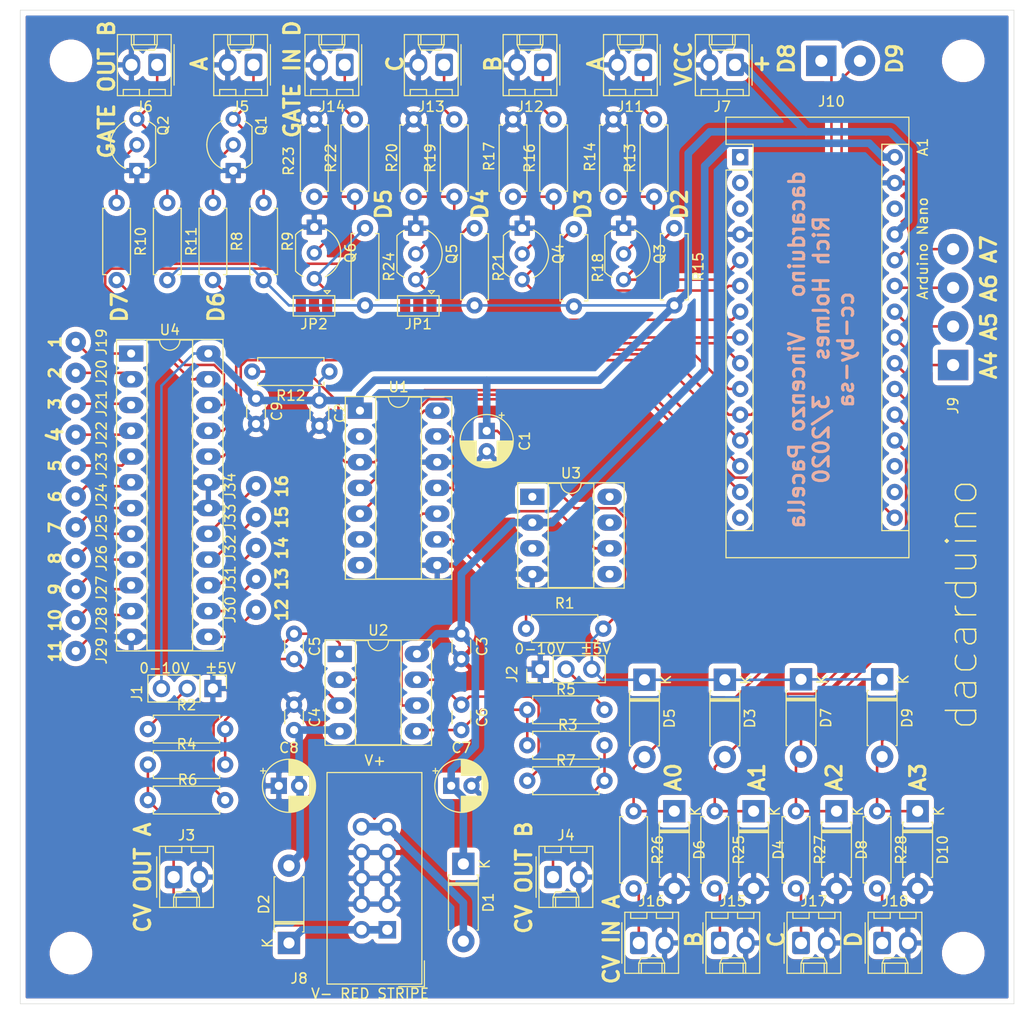
<source format=kicad_pcb>
(kicad_pcb (version 20171130) (host pcbnew 5.1.5-52549c5~84~ubuntu18.04.1)
  (layers (0 F.Cu signal) (31 B.Cu signal) (34 B.Paste user) (35 F.Paste user) (36 B.SilkS user) (37 F.SilkS user) (38 B.Mask user) (39 F.Mask user) (44 Edge.Cuts user))
  (net 0 "")
  (net 1 GND)
  (net 2 VCC)
  (net 3 /Arduino/SCK)
  (net 4 /Arduino/MOSI)
  (net 5 /Arduino/DAC_CS)
  (net 6 "/CV out/DAC_A")
  (net 7 "/CV out/DAC_B")
  (net 8 "/Inputs/Gate in A/GATE_IN")
  (net 9 "/Inputs/Gate in B/GATE_IN")
  (net 10 "/Inputs/Gate in C/GATE_IN")
  (net 11 "/Inputs/Gate in D/GATE_IN")
  (net 12 "/Inputs/CV in A/CV_IN")
  (net 13 "/Inputs/CV in B/CV_IN")
  (net 14 "/CV out/CV_OUT_A")
  (net 15 "/CV out/CV_OUT_B")
  (net 16 "/Gate out/GATE_OUT_A")
  (net 17 "/Gate out/GATE_OUT_B")
  (net 18 "/Voltage reference/VREF")
  (net 19 +VIN)
  (net 20 -VIN)
  (net 21 "Net-(A1-Pad15)")
  (net 22 "Net-(A1-Pad28)")
  (net 23 "Net-(A1-Pad3)")
  (net 24 "Net-(A1-Pad18)")
  (net 25 "Net-(A1-Pad2)")
  (net 26 "Net-(A1-Pad17)")
  (net 27 "Net-(A1-Pad1)")
  (net 28 "Net-(C5-Pad2)")
  (net 29 "Net-(C5-Pad1)")
  (net 30 "Net-(C6-Pad2)")
  (net 31 "Net-(C6-Pad1)")
  (net 32 "Net-(J1-Pad2)")
  (net 33 "Net-(J2-Pad2)")
  (net 34 "Net-(Q1-Pad2)")
  (net 35 "Net-(Q2-Pad2)")
  (net 36 "Net-(Q3-Pad2)")
  (net 37 "Net-(Q4-Pad2)")
  (net 38 "Net-(Q5-Pad2)")
  (net 39 "Net-(Q6-Pad2)")
  (net 40 "Net-(R1-Pad2)")
  (net 41 "Net-(U1-Pad7)")
  (net 42 "Net-(U1-Pad6)")
  (net 43 "Net-(U1-Pad2)")
  (net 44 "Net-(U3-Pad8)")
  (net 45 "Net-(U3-Pad7)")
  (net 46 "Net-(U3-Pad3)")
  (net 47 "Net-(U3-Pad5)")
  (net 48 "Net-(U3-Pad1)")
  (net 49 "Net-(D1-Pad2)")
  (net 50 "Net-(D2-Pad1)")
  (net 51 "/Inputs/CV in C/CV_IN")
  (net 52 "/Inputs/CV IN D/CV_IN")
  (net 53 /Arduino/D9)
  (net 54 /Arduino/D8)
  (net 55 /Arduino/A7)
  (net 56 /Arduino/D7)
  (net 57 /Arduino/A6)
  (net 58 /Arduino/D6)
  (net 59 /Arduino/A5)
  (net 60 /Arduino/D5)
  (net 61 /Arduino/A4)
  (net 62 /Arduino/D4)
  (net 63 /Arduino/A3)
  (net 64 /Arduino/D3)
  (net 65 /Arduino/A2)
  (net 66 /Arduino/D2)
  (net 67 /Arduino/A1)
  (net 68 /Arduino/A0)
  (net 69 "Net-(J19-Pad1)")
  (net 70 "Net-(J20-Pad1)")
  (net 71 "Net-(J21-Pad1)")
  (net 72 "Net-(J22-Pad1)")
  (net 73 "Net-(J23-Pad1)")
  (net 74 "Net-(J24-Pad1)")
  (net 75 "Net-(J25-Pad1)")
  (net 76 "Net-(J26-Pad1)")
  (net 77 "Net-(J27-Pad1)")
  (net 78 "Net-(J28-Pad1)")
  (net 79 "Net-(J29-Pad1)")
  (net 80 "Net-(J30-Pad1)")
  (net 81 "Net-(J31-Pad1)")
  (net 82 "Net-(J32-Pad1)")
  (net 83 "Net-(J33-Pad1)")
  (net 84 "Net-(J34-Pad1)")
  (net 85 "/Inputs/Gate in C/D_IN")
  (net 86 "Net-(JP1-Pad3)")
  (net 87 "/Inputs/Gate in D/D_IN")
  (net 88 "Net-(JP2-Pad3)")
  (module Capacitor_THT:C_Disc_D3.0mm_W1.6mm_P2.50mm (layer F.Cu) (at 111.252 83.312 270)
    (fp_text reference C9 (at 1.25 -2.05 90) (layer F.SilkS))
    (fp_text value 0.1uF)
    (pad 2 thru_hole circle (at 2.5 0 270) (size 1.6 1.6) (drill 0.8) (layers *.Cu *.Mask) (net 1 GND))
    (pad 1 thru_hole circle (at 0 0 270) (size 1.6 1.6) (drill 0.8) (layers *.Cu *.Mask) (net 2 VCC))
  )
  (module Connector_Wire:SolderWirePad_1x01_Drill0.8mm (layer F.Cu) (at 111.252 101.092 90)
    (fp_text reference J31 (at 0 -2.54 90) (layer F.SilkS))
    (fp_text value Conn_01x01)
    (pad 1 thru_hole circle (at 0 0 90) (size 1.99898 1.99898) (drill 0.8001) (layers *.Cu *.Mask) (net 81 "Net-(J31-Pad1)"))
  )
  (module Connector_Wire:SolderWirePad_1x01_Drill0.8mm (layer F.Cu) (at 111.252 94.996 90)
    (fp_text reference J33 (at 0 -2.54 90) (layer F.SilkS))
    (fp_text value Conn_01x01)
    (pad 1 thru_hole circle (at 0 0 90) (size 1.99898 1.99898) (drill 0.8001) (layers *.Cu *.Mask) (net 83 "Net-(J33-Pad1)"))
  )
  (module Connector_Wire:SolderWirePad_1x01_Drill0.8mm (layer F.Cu) (at 111.252 104.14 90)
    (fp_text reference J30 (at 0 -2.54 90) (layer F.SilkS))
    (fp_text value Conn_01x01)
    (pad 1 thru_hole circle (at 0 0 90) (size 1.99898 1.99898) (drill 0.8001) (layers *.Cu *.Mask) (net 80 "Net-(J30-Pad1)"))
  )
  (module Connector_Wire:SolderWirePad_1x01_Drill0.8mm (layer F.Cu) (at 111.252 98.044 90)
    (fp_text reference J32 (at 0 -2.54 90) (layer F.SilkS))
    (fp_text value Conn_01x01)
    (pad 1 thru_hole circle (at 0 0 90) (size 1.99898 1.99898) (drill 0.8001) (layers *.Cu *.Mask) (net 82 "Net-(J32-Pad1)"))
  )
  (module Connector_Wire:SolderWirePad_1x01_Drill0.8mm (layer F.Cu) (at 111.252 91.948 90)
    (fp_text reference J34 (at 0 -2.54 90) (layer F.SilkS))
    (fp_text value Conn_01x01)
    (pad 1 thru_hole circle (at 0 0 90) (size 1.99898 1.99898) (drill 0.8001) (layers *.Cu *.Mask) (net 84 "Net-(J34-Pad1)"))
  )
  (module Connector_Wire:SolderWirePad_1x01_Drill0.8mm (layer F.Cu) (at 93.472 108.204 270)
    (fp_text reference J29 (at 0 -2.54 90) (layer F.SilkS))
    (fp_text value Conn_01x01)
    (pad 1 thru_hole circle (at 0 0 270) (size 1.99898 1.99898) (drill 0.8001) (layers *.Cu *.Mask) (net 79 "Net-(J29-Pad1)"))
  )
  (module Connector_Wire:SolderWirePad_1x01_Drill0.8mm (layer F.Cu) (at 93.472 102.108 270)
    (fp_text reference J27 (at 0 -2.54 90) (layer F.SilkS))
    (fp_text value Conn_01x01)
    (pad 1 thru_hole circle (at 0 0 270) (size 1.99898 1.99898) (drill 0.8001) (layers *.Cu *.Mask) (net 77 "Net-(J27-Pad1)"))
  )
  (module Connector_Wire:SolderWirePad_1x01_Drill0.8mm (layer F.Cu) (at 93.472 96.012 270)
    (fp_text reference J25 (at 0 -2.54 90) (layer F.SilkS))
    (fp_text value Conn_01x01)
    (pad 1 thru_hole circle (at 0 0 270) (size 1.99898 1.99898) (drill 0.8001) (layers *.Cu *.Mask) (net 75 "Net-(J25-Pad1)"))
  )
  (module Connector_Wire:SolderWirePad_1x01_Drill0.8mm (layer F.Cu) (at 93.472 89.916 270)
    (fp_text reference J23 (at 0 -2.54 90) (layer F.SilkS))
    (fp_text value Conn_01x01)
    (pad 1 thru_hole circle (at 0 0 270) (size 1.99898 1.99898) (drill 0.8001) (layers *.Cu *.Mask) (net 73 "Net-(J23-Pad1)"))
  )
  (module Connector_Wire:SolderWirePad_1x01_Drill0.8mm (layer F.Cu) (at 93.472 83.82 270)
    (fp_text reference J21 (at 0 -2.54 90) (layer F.SilkS))
    (fp_text value Conn_01x01)
    (pad 1 thru_hole circle (at 0 0 270) (size 1.99898 1.99898) (drill 0.8001) (layers *.Cu *.Mask) (net 71 "Net-(J21-Pad1)"))
  )
  (module Connector_Wire:SolderWirePad_1x01_Drill0.8mm (layer F.Cu) (at 93.472 77.724 270)
    (fp_text reference J19 (at 0 -2.54 90) (layer F.SilkS))
    (fp_text value Conn_01x01)
    (pad 1 thru_hole circle (at 0 0 270) (size 1.99898 1.99898) (drill 0.8001) (layers *.Cu *.Mask) (net 69 "Net-(J19-Pad1)"))
  )
  (module Connector_Wire:SolderWirePad_1x01_Drill0.8mm (layer F.Cu) (at 93.472 105.156 270)
    (fp_text reference J28 (at 0 -2.54 90) (layer F.SilkS))
    (fp_text value Conn_01x01)
    (pad 1 thru_hole circle (at 0 0 270) (size 1.99898 1.99898) (drill 0.8001) (layers *.Cu *.Mask) (net 78 "Net-(J28-Pad1)"))
  )
  (module Connector_Wire:SolderWirePad_1x01_Drill0.8mm (layer F.Cu) (at 93.472 99.06 270)
    (fp_text reference J26 (at 0 -2.54 90) (layer F.SilkS))
    (fp_text value Conn_01x01)
    (pad 1 thru_hole circle (at 0 0 270) (size 1.99898 1.99898) (drill 0.8001) (layers *.Cu *.Mask) (net 76 "Net-(J26-Pad1)"))
  )
  (module Connector_Wire:SolderWirePad_1x01_Drill0.8mm (layer F.Cu) (at 93.472 92.964 270)
    (fp_text reference J24 (at 0 -2.54 90) (layer F.SilkS))
    (fp_text value Conn_01x01)
    (pad 1 thru_hole circle (at 0 0 270) (size 1.99898 1.99898) (drill 0.8001) (layers *.Cu *.Mask) (net 74 "Net-(J24-Pad1)"))
  )
  (module Connector_Wire:SolderWirePad_1x01_Drill0.8mm (layer F.Cu) (at 93.472 86.868 270)
    (fp_text reference J22 (at 0 -2.54 90) (layer F.SilkS))
    (fp_text value Conn_01x01)
    (pad 1 thru_hole circle (at 0 0 270) (size 1.99898 1.99898) (drill 0.8001) (layers *.Cu *.Mask) (net 72 "Net-(J22-Pad1)"))
  )
  (module Connector_Wire:SolderWirePad_1x01_Drill0.8mm (layer F.Cu) (at 93.472 80.772 270)
    (fp_text reference J20 (at 0 -2.54 90) (layer F.SilkS))
    (fp_text value Conn_01x01)
    (pad 1 thru_hole circle (at 0 0 270) (size 1.99898 1.99898) (drill 0.8001) (layers *.Cu *.Mask) (net 70 "Net-(J20-Pad1)"))
  )
  (module Package_DIP:DIP-24_W7.62mm_Socket_LongPads (layer F.Cu) (at 98.933 78.867)
    (fp_text reference U4 (at 3.81 -2.33) (layer F.SilkS))
    (fp_text value SN74LS154N)
    (pad 24 thru_hole oval (at 7.62 0) (size 2.4 1.6) (drill 0.8) (layers *.Cu *.Mask) (net 2 VCC))
    (pad 12 thru_hole oval (at 0 27.94) (size 2.4 1.6) (drill 0.8) (layers *.Cu *.Mask) (net 1 GND))
    (pad 23 thru_hole oval (at 7.62 2.54) (size 2.4 1.6) (drill 0.8) (layers *.Cu *.Mask) (net 86 "Net-(JP1-Pad3)"))
    (pad 11 thru_hole oval (at 0 25.4) (size 2.4 1.6) (drill 0.8) (layers *.Cu *.Mask) (net 79 "Net-(J29-Pad1)"))
    (pad 22 thru_hole oval (at 7.62 5.08) (size 2.4 1.6) (drill 0.8) (layers *.Cu *.Mask) (net 88 "Net-(JP2-Pad3)"))
    (pad 10 thru_hole oval (at 0 22.86) (size 2.4 1.6) (drill 0.8) (layers *.Cu *.Mask) (net 78 "Net-(J28-Pad1)"))
    (pad 21 thru_hole oval (at 7.62 7.62) (size 2.4 1.6) (drill 0.8) (layers *.Cu *.Mask) (net 54 /Arduino/D8))
    (pad 9 thru_hole oval (at 0 20.32) (size 2.4 1.6) (drill 0.8) (layers *.Cu *.Mask) (net 77 "Net-(J27-Pad1)"))
    (pad 20 thru_hole oval (at 7.62 10.16) (size 2.4 1.6) (drill 0.8) (layers *.Cu *.Mask) (net 53 /Arduino/D9))
    (pad 8 thru_hole oval (at 0 17.78) (size 2.4 1.6) (drill 0.8) (layers *.Cu *.Mask) (net 76 "Net-(J26-Pad1)"))
    (pad 19 thru_hole oval (at 7.62 12.7) (size 2.4 1.6) (drill 0.8) (layers *.Cu *.Mask) (net 1 GND))
    (pad 7 thru_hole oval (at 0 15.24) (size 2.4 1.6) (drill 0.8) (layers *.Cu *.Mask) (net 75 "Net-(J25-Pad1)"))
    (pad 18 thru_hole oval (at 7.62 15.24) (size 2.4 1.6) (drill 0.8) (layers *.Cu *.Mask) (net 1 GND))
    (pad 6 thru_hole oval (at 0 12.7) (size 2.4 1.6) (drill 0.8) (layers *.Cu *.Mask) (net 74 "Net-(J24-Pad1)"))
    (pad 17 thru_hole oval (at 7.62 17.78) (size 2.4 1.6) (drill 0.8) (layers *.Cu *.Mask) (net 84 "Net-(J34-Pad1)"))
    (pad 5 thru_hole oval (at 0 10.16) (size 2.4 1.6) (drill 0.8) (layers *.Cu *.Mask) (net 73 "Net-(J23-Pad1)"))
    (pad 16 thru_hole oval (at 7.62 20.32) (size 2.4 1.6) (drill 0.8) (layers *.Cu *.Mask) (net 83 "Net-(J33-Pad1)"))
    (pad 4 thru_hole oval (at 0 7.62) (size 2.4 1.6) (drill 0.8) (layers *.Cu *.Mask) (net 72 "Net-(J22-Pad1)"))
    (pad 15 thru_hole oval (at 7.62 22.86) (size 2.4 1.6) (drill 0.8) (layers *.Cu *.Mask) (net 82 "Net-(J32-Pad1)"))
    (pad 3 thru_hole oval (at 0 5.08) (size 2.4 1.6) (drill 0.8) (layers *.Cu *.Mask) (net 71 "Net-(J21-Pad1)"))
    (pad 14 thru_hole oval (at 7.62 25.4) (size 2.4 1.6) (drill 0.8) (layers *.Cu *.Mask) (net 81 "Net-(J31-Pad1)"))
    (pad 2 thru_hole oval (at 0 2.54) (size 2.4 1.6) (drill 0.8) (layers *.Cu *.Mask) (net 70 "Net-(J20-Pad1)"))
    (pad 13 thru_hole oval (at 7.62 27.94) (size 2.4 1.6) (drill 0.8) (layers *.Cu *.Mask) (net 80 "Net-(J30-Pad1)"))
    (pad 1 thru_hole rect (at 0 0) (size 2.4 1.6) (drill 0.8) (layers *.Cu *.Mask) (net 69 "Net-(J19-Pad1)"))
  )
  (module Jumper:SolderJumper-3_P1.3mm_Open_Pad1.0x1.5mm (layer F.Cu) (at 116.967 74.168 180)
    (fp_text reference JP2 (at 0 -1.8) (layer F.SilkS))
    (fp_text value SolderJumper_3_Open)
    (pad 1 smd rect (at -1.3 0 180) (size 1 1.5) (layers F.Cu F.Mask) (net 87 "/Inputs/Gate in D/D_IN"))
    (pad 2 smd rect (at 0 0 180) (size 1 1.5) (layers F.Cu F.Mask) (net 60 /Arduino/D5))
    (pad 3 smd rect (at 1.3 0 180) (size 1 1.5) (layers F.Cu F.Mask) (net 88 "Net-(JP2-Pad3)"))
  )
  (module Jumper:SolderJumper-3_P1.3mm_Open_Pad1.0x1.5mm (layer F.Cu) (at 127.254 74.168 180)
    (fp_text reference JP1 (at 0 -1.8) (layer F.SilkS))
    (fp_text value SolderJumper_3_Open)
    (pad 1 smd rect (at -1.3 0 180) (size 1 1.5) (layers F.Cu F.Mask) (net 85 "/Inputs/Gate in C/D_IN"))
    (pad 2 smd rect (at 0 0 180) (size 1 1.5) (layers F.Cu F.Mask) (net 62 /Arduino/D4))
    (pad 3 smd rect (at 1.3 0 180) (size 1 1.5) (layers F.Cu F.Mask) (net 86 "Net-(JP1-Pad3)"))
  )
  (module Diode_THT:D_DO-41_SOD81_P7.62mm_Horizontal (layer F.Cu) (at 176.5 124 270)
    (fp_text reference D10 (at 3.81 -2.47 90) (layer F.SilkS))
    (fp_text value 1N5817)
    (fp_text user K (at 0 -2.1 90) (layer F.SilkS))
    (pad 2 thru_hole oval (at 7.62 0 270) (size 2.2 2.2) (drill 1.1) (layers *.Cu *.Mask) (net 1 GND))
    (pad 1 thru_hole rect (at 0 0 270) (size 2.2 2.2) (drill 1.1) (layers *.Cu *.Mask) (net 63 /Arduino/A3))
  )
  (module Resistor_THT:R_Axial_DIN0207_L6.3mm_D2.5mm_P7.62mm_Horizontal (layer F.Cu) (at 172.5 124 270)
    (fp_text reference R28 (at 3.81 -2.37 90) (layer F.SilkS))
    (fp_text value 1k)
    (pad 2 thru_hole oval (at 7.62 0 270) (size 1.6 1.6) (drill 0.8) (layers *.Cu *.Mask) (net 52 "/Inputs/CV IN D/CV_IN"))
    (pad 1 thru_hole circle (at 0 0 270) (size 1.6 1.6) (drill 0.8) (layers *.Cu *.Mask) (net 63 /Arduino/A3))
  )
  (module Resistor_THT:R_Axial_DIN0207_L6.3mm_D2.5mm_P7.62mm_Horizontal (layer F.Cu) (at 164.5 124 270)
    (fp_text reference R27 (at 3.81 -2.37 90) (layer F.SilkS))
    (fp_text value 1k)
    (pad 2 thru_hole oval (at 7.62 0 270) (size 1.6 1.6) (drill 0.8) (layers *.Cu *.Mask) (net 51 "/Inputs/CV in C/CV_IN"))
    (pad 1 thru_hole circle (at 0 0 270) (size 1.6 1.6) (drill 0.8) (layers *.Cu *.Mask) (net 65 /Arduino/A2))
  )
  (module Connector_Molex:Molex_KK-254_AE-6410-02A_1x02_P2.54mm_Vertical (layer F.Cu) (at 173 137)
    (fp_text reference J18 (at 1.27 -4.12) (layer F.SilkS))
    (fp_text value "CV IN")
    (pad 2 thru_hole oval (at 2.54 0) (size 1.74 2.2) (drill 1.2) (layers *.Cu *.Mask) (net 1 GND))
    (pad 1 thru_hole roundrect (at 0 0) (size 1.74 2.2) (drill 1.2) (layers *.Cu *.Mask) (roundrect_rratio 0.143678) (net 52 "/Inputs/CV IN D/CV_IN"))
  )
  (module Connector_Molex:Molex_KK-254_AE-6410-02A_1x02_P2.54mm_Vertical (layer F.Cu) (at 165 137)
    (fp_text reference J17 (at 1.27 -4.12) (layer F.SilkS))
    (fp_text value "CV IN")
    (pad 2 thru_hole oval (at 2.54 0) (size 1.74 2.2) (drill 1.2) (layers *.Cu *.Mask) (net 1 GND))
    (pad 1 thru_hole roundrect (at 0 0) (size 1.74 2.2) (drill 1.2) (layers *.Cu *.Mask) (roundrect_rratio 0.143678) (net 51 "/Inputs/CV in C/CV_IN"))
  )
  (module Diode_THT:D_DO-41_SOD81_P7.62mm_Horizontal (layer F.Cu) (at 173 111 270)
    (fp_text reference D9 (at 3.81 -2.47 90) (layer F.SilkS))
    (fp_text value 1N5817)
    (fp_text user K (at 0 -2.1 90) (layer F.SilkS))
    (pad 2 thru_hole oval (at 7.62 0 270) (size 2.2 2.2) (drill 1.1) (layers *.Cu *.Mask) (net 63 /Arduino/A3))
    (pad 1 thru_hole rect (at 0 0 270) (size 2.2 2.2) (drill 1.1) (layers *.Cu *.Mask) (net 2 VCC))
  )
  (module Diode_THT:D_DO-41_SOD81_P7.62mm_Horizontal (layer F.Cu) (at 168.5 124 270)
    (fp_text reference D8 (at 3.81 -2.47 90) (layer F.SilkS))
    (fp_text value 1N5817)
    (fp_text user K (at 0 -2.1 90) (layer F.SilkS))
    (pad 2 thru_hole oval (at 7.62 0 270) (size 2.2 2.2) (drill 1.1) (layers *.Cu *.Mask) (net 1 GND))
    (pad 1 thru_hole rect (at 0 0 270) (size 2.2 2.2) (drill 1.1) (layers *.Cu *.Mask) (net 65 /Arduino/A2))
  )
  (module Diode_THT:D_DO-41_SOD81_P7.62mm_Horizontal (layer F.Cu) (at 165 111 270)
    (fp_text reference D7 (at 3.81 -2.47 90) (layer F.SilkS))
    (fp_text value 1N5817)
    (fp_text user K (at 0 -2.1 90) (layer F.SilkS))
    (pad 2 thru_hole oval (at 7.62 0 270) (size 2.2 2.2) (drill 1.1) (layers *.Cu *.Mask) (net 65 /Arduino/A2))
    (pad 1 thru_hole rect (at 0 0 270) (size 2.2 2.2) (drill 1.1) (layers *.Cu *.Mask) (net 2 VCC))
  )
  (module Connector_Wire:SolderWirePad_1x02_P3.81mm_Drill1.2mm (layer F.Cu) (at 167 50)
    (fp_text reference J10 (at 1 4) (layer F.SilkS))
    (fp_text value Conn_01x02)
    (pad 2 thru_hole circle (at 3.81 0) (size 2.99974 2.99974) (drill 1.19888) (layers *.Cu *.Mask) (net 53 /Arduino/D9))
    (pad 1 thru_hole rect (at 0 0) (size 2.99974 2.99974) (drill 1.19888) (layers *.Cu *.Mask) (net 54 /Arduino/D8))
  )
  (module Capacitor_THT:CP_Radial_D5.0mm_P2.00mm (layer F.Cu) (at 134 86.5 270)
    (fp_text reference C1 (at 1 -3.75 90) (layer F.SilkS))
    (fp_text value 10uF)
    (pad 2 thru_hole circle (at 2 0 270) (size 1.6 1.6) (drill 0.8) (layers *.Cu *.Mask) (net 1 GND))
    (pad 1 thru_hole rect (at 0 0 270) (size 1.6 1.6) (drill 0.8) (layers *.Cu *.Mask) (net 2 VCC))
  )
  (module MountingHole:MountingHole_3.2mm_M3 (layer F.Cu) (at 181 138)
    (fp_text reference H4 hide)
    (fp_text value MountingHole)
    (pad 1 np_thru_hole circle (at 0 0) (size 3.2 3.2) (drill 3.2) (layers *.Cu *.Mask))
  )
  (module MountingHole:MountingHole_3.2mm_M3 (layer F.Cu) (at 181 50)
    (fp_text reference H3 hide)
    (fp_text value MountingHole)
    (pad 1 np_thru_hole circle (at 0 0) (size 3.2 3.2) (drill 3.2) (layers *.Cu *.Mask))
  )
  (module MountingHole:MountingHole_3.2mm_M3 (layer F.Cu) (at 93 138)
    (fp_text reference H2 hide)
    (fp_text value MountingHole)
    (pad 1 np_thru_hole circle (at 0 0) (size 3.2 3.2) (drill 3.2) (layers *.Cu *.Mask))
  )
  (module MountingHole:MountingHole_3.2mm_M3 (layer F.Cu) (at 93 50)
    (fp_text reference H1 hide)
    (fp_text value MountingHole)
    (pad 1 np_thru_hole circle (at 0 0) (size 3.2 3.2) (drill 3.2) (layers *.Cu *.Mask))
  )
  (module Connector_PinHeader_2.54mm:PinHeader_1x03_P2.54mm_Vertical (layer F.Cu) (at 139.285 110 90)
    (fp_text reference J2 (at -0.5 -2.785 90) (layer F.SilkS))
    (fp_text value Conn_01x03_Male)
    (pad 3 thru_hole oval (at 0 5.08 90) (size 1.7 1.7) (drill 1) (layers *.Cu *.Mask) (net 2 VCC))
    (pad 2 thru_hole oval (at 0 2.54 90) (size 1.7 1.7) (drill 1) (layers *.Cu *.Mask) (net 33 "Net-(J2-Pad2)"))
    (pad 1 thru_hole rect (at 0 0 90) (size 1.7 1.7) (drill 1) (layers *.Cu *.Mask) (net 1 GND))
  )
  (module Connector_Molex:Molex_KK-254_AE-6410-02A_1x02_P2.54mm_Vertical (layer F.Cu) (at 158.5 50.4 180)
    (fp_text reference J7 (at 1.27 -4.12) (layer F.SilkS))
    (fp_text value VCC)
    (pad 2 thru_hole oval (at 2.54 0 180) (size 1.74 2.2) (drill 1.2) (layers *.Cu *.Mask) (net 1 GND))
    (pad 1 thru_hole roundrect (at 0 0 180) (size 1.74 2.2) (drill 1.2) (layers *.Cu *.Mask) (roundrect_rratio 0.143678) (net 2 VCC))
  )
  (module Package_DIP:DIP-8_W7.62mm_Socket_LongPads (layer F.Cu) (at 138.5 93)
    (fp_text reference U3 (at 3.81 -2.33) (layer F.SilkS))
    (fp_text value REF02CP+)
    (pad 8 thru_hole oval (at 7.62 0) (size 2.4 1.6) (drill 0.8) (layers *.Cu *.Mask) (net 44 "Net-(U3-Pad8)"))
    (pad 4 thru_hole oval (at 0 7.62) (size 2.4 1.6) (drill 0.8) (layers *.Cu *.Mask) (net 1 GND))
    (pad 7 thru_hole oval (at 7.62 2.54) (size 2.4 1.6) (drill 0.8) (layers *.Cu *.Mask) (net 45 "Net-(U3-Pad7)"))
    (pad 3 thru_hole oval (at 0 5.08) (size 2.4 1.6) (drill 0.8) (layers *.Cu *.Mask) (net 46 "Net-(U3-Pad3)"))
    (pad 6 thru_hole oval (at 7.62 5.08) (size 2.4 1.6) (drill 0.8) (layers *.Cu *.Mask) (net 18 "/Voltage reference/VREF"))
    (pad 2 thru_hole oval (at 0 2.54) (size 2.4 1.6) (drill 0.8) (layers *.Cu *.Mask) (net 19 +VIN))
    (pad 5 thru_hole oval (at 7.62 7.62) (size 2.4 1.6) (drill 0.8) (layers *.Cu *.Mask) (net 47 "Net-(U3-Pad5)"))
    (pad 1 thru_hole rect (at 0 0) (size 2.4 1.6) (drill 0.8) (layers *.Cu *.Mask) (net 48 "Net-(U3-Pad1)"))
  )
  (module Package_DIP:DIP-8_W7.62mm_Socket_LongPads (layer F.Cu) (at 119.5 108.5)
    (fp_text reference U2 (at 3.81 -2.33) (layer F.SilkS))
    (fp_text value TL072)
    (pad 8 thru_hole oval (at 7.62 0) (size 2.4 1.6) (drill 0.8) (layers *.Cu *.Mask) (net 19 +VIN))
    (pad 4 thru_hole oval (at 0 7.62) (size 2.4 1.6) (drill 0.8) (layers *.Cu *.Mask) (net 20 -VIN))
    (pad 7 thru_hole oval (at 7.62 2.54) (size 2.4 1.6) (drill 0.8) (layers *.Cu *.Mask) (net 31 "Net-(C6-Pad1)"))
    (pad 3 thru_hole oval (at 0 5.08) (size 2.4 1.6) (drill 0.8) (layers *.Cu *.Mask) (net 28 "Net-(C5-Pad2)"))
    (pad 6 thru_hole oval (at 7.62 5.08) (size 2.4 1.6) (drill 0.8) (layers *.Cu *.Mask) (net 7 "/CV out/DAC_B"))
    (pad 2 thru_hole oval (at 0 2.54) (size 2.4 1.6) (drill 0.8) (layers *.Cu *.Mask) (net 6 "/CV out/DAC_A"))
    (pad 5 thru_hole oval (at 7.62 7.62) (size 2.4 1.6) (drill 0.8) (layers *.Cu *.Mask) (net 30 "Net-(C6-Pad2)"))
    (pad 1 thru_hole rect (at 0 0) (size 2.4 1.6) (drill 0.8) (layers *.Cu *.Mask) (net 29 "Net-(C5-Pad1)"))
  )
  (module Package_DIP:DIP-14_W7.62mm_Socket_LongPads (layer F.Cu) (at 121.5 84.5)
    (fp_text reference U1 (at 3.81 -2.33) (layer F.SilkS))
    (fp_text value MCP4922)
    (pad 14 thru_hole oval (at 7.62 0) (size 2.4 1.6) (drill 0.8) (layers *.Cu *.Mask) (net 6 "/CV out/DAC_A"))
    (pad 7 thru_hole oval (at 0 15.24) (size 2.4 1.6) (drill 0.8) (layers *.Cu *.Mask) (net 41 "Net-(U1-Pad7)"))
    (pad 13 thru_hole oval (at 7.62 2.54) (size 2.4 1.6) (drill 0.8) (layers *.Cu *.Mask) (net 18 "/Voltage reference/VREF"))
    (pad 6 thru_hole oval (at 0 12.7) (size 2.4 1.6) (drill 0.8) (layers *.Cu *.Mask) (net 42 "Net-(U1-Pad6)"))
    (pad 12 thru_hole oval (at 7.62 5.08) (size 2.4 1.6) (drill 0.8) (layers *.Cu *.Mask) (net 1 GND))
    (pad 5 thru_hole oval (at 0 10.16) (size 2.4 1.6) (drill 0.8) (layers *.Cu *.Mask) (net 4 /Arduino/MOSI))
    (pad 11 thru_hole oval (at 7.62 7.62) (size 2.4 1.6) (drill 0.8) (layers *.Cu *.Mask) (net 18 "/Voltage reference/VREF"))
    (pad 4 thru_hole oval (at 0 7.62) (size 2.4 1.6) (drill 0.8) (layers *.Cu *.Mask) (net 3 /Arduino/SCK))
    (pad 10 thru_hole oval (at 7.62 10.16) (size 2.4 1.6) (drill 0.8) (layers *.Cu *.Mask) (net 7 "/CV out/DAC_B"))
    (pad 3 thru_hole oval (at 0 5.08) (size 2.4 1.6) (drill 0.8) (layers *.Cu *.Mask) (net 5 /Arduino/DAC_CS))
    (pad 9 thru_hole oval (at 7.62 12.7) (size 2.4 1.6) (drill 0.8) (layers *.Cu *.Mask) (net 40 "Net-(R1-Pad2)"))
    (pad 2 thru_hole oval (at 0 2.54) (size 2.4 1.6) (drill 0.8) (layers *.Cu *.Mask) (net 43 "Net-(U1-Pad2)"))
    (pad 8 thru_hole oval (at 7.62 15.24) (size 2.4 1.6) (drill 0.8) (layers *.Cu *.Mask) (net 1 GND))
    (pad 1 thru_hole rect (at 0 0) (size 2.4 1.6) (drill 0.8) (layers *.Cu *.Mask) (net 2 VCC))
  )
  (module Resistor_THT:R_Axial_DIN0207_L6.3mm_D2.5mm_P7.62mm_Horizontal (layer F.Cu) (at 138 121)
    (fp_text reference R7 (at 3.81 -2) (layer F.SilkS))
    (fp_text value 1K)
    (pad 2 thru_hole oval (at 7.62 0) (size 1.6 1.6) (drill 0.8) (layers *.Cu *.Mask) (net 15 "/CV out/CV_OUT_B"))
    (pad 1 thru_hole circle (at 0 0) (size 1.6 1.6) (drill 0.8) (layers *.Cu *.Mask) (net 31 "Net-(C6-Pad1)"))
  )
  (module Resistor_THT:R_Axial_DIN0207_L6.3mm_D2.5mm_P7.62mm_Horizontal (layer F.Cu) (at 108.205 122.905 180)
    (fp_text reference R6 (at 3.705 2) (layer F.SilkS))
    (fp_text value 1K)
    (pad 1 thru_hole circle (at 0 0 180) (size 1.6 1.6) (drill 0.8) (layers *.Cu *.Mask) (net 29 "Net-(C5-Pad1)"))
    (pad 2 thru_hole oval (at 7.62 0 180) (size 1.6 1.6) (drill 0.8) (layers *.Cu *.Mask) (net 14 "/CV out/CV_OUT_A"))
  )
  (module Resistor_THT:R_Axial_DIN0207_L6.3mm_D2.5mm_P7.62mm_Horizontal (layer F.Cu) (at 138 117.5)
    (fp_text reference R5 (at 3.81 -5.5) (layer F.SilkS))
    (fp_text value 100K)
    (pad 2 thru_hole oval (at 7.62 0) (size 1.6 1.6) (drill 0.8) (layers *.Cu *.Mask) (net 15 "/CV out/CV_OUT_B"))
    (pad 1 thru_hole circle (at 0 0) (size 1.6 1.6) (drill 0.8) (layers *.Cu *.Mask) (net 30 "Net-(C6-Pad2)"))
  )
  (module Resistor_THT:R_Axial_DIN0207_L6.3mm_D2.5mm_P7.62mm_Horizontal (layer F.Cu) (at 108.205 119.405 180)
    (fp_text reference R4 (at 3.81 2) (layer F.SilkS))
    (fp_text value 100K)
    (pad 2 thru_hole oval (at 7.62 0 180) (size 1.6 1.6) (drill 0.8) (layers *.Cu *.Mask) (net 14 "/CV out/CV_OUT_A"))
    (pad 1 thru_hole circle (at 0 0 180) (size 1.6 1.6) (drill 0.8) (layers *.Cu *.Mask) (net 28 "Net-(C5-Pad2)"))
  )
  (module Resistor_THT:R_Axial_DIN0207_L6.3mm_D2.5mm_P7.62mm_Horizontal (layer F.Cu) (at 145.62 114 180)
    (fp_text reference R3 (at 3.62 -1.5) (layer F.SilkS))
    (fp_text value 100K)
    (pad 2 thru_hole oval (at 7.62 0 180) (size 1.6 1.6) (drill 0.8) (layers *.Cu *.Mask) (net 30 "Net-(C6-Pad2)"))
    (pad 1 thru_hole circle (at 0 0 180) (size 1.6 1.6) (drill 0.8) (layers *.Cu *.Mask) (net 33 "Net-(J2-Pad2)"))
  )
  (module Resistor_THT:R_Axial_DIN0207_L6.3mm_D2.5mm_P7.62mm_Horizontal (layer F.Cu) (at 100.585 115.905)
    (fp_text reference R2 (at 3.81 -2.37) (layer F.SilkS))
    (fp_text value 100K)
    (pad 2 thru_hole oval (at 7.62 0) (size 1.6 1.6) (drill 0.8) (layers *.Cu *.Mask) (net 28 "Net-(C5-Pad2)"))
    (pad 1 thru_hole circle (at 0 0) (size 1.6 1.6) (drill 0.8) (layers *.Cu *.Mask) (net 32 "Net-(J1-Pad2)"))
  )
  (module Resistor_THT:R_Axial_DIN0207_L6.3mm_D2.5mm_P7.62mm_Horizontal (layer F.Cu) (at 145.5 106 180)
    (fp_text reference R1 (at 3.81 2.5) (layer F.SilkS))
    (fp_text value 10K)
    (pad 2 thru_hole oval (at 7.62 0 180) (size 1.6 1.6) (drill 0.8) (layers *.Cu *.Mask) (net 40 "Net-(R1-Pad2)"))
    (pad 1 thru_hole circle (at 0 0 180) (size 1.6 1.6) (drill 0.8) (layers *.Cu *.Mask) (net 2 VCC))
  )
  (module Connector_IDC:IDC-Header_2x05_P2.54mm_Vertical (layer F.Cu) (at 124.2 135.7 180)
    (fp_text reference J8 (at 8.7 -4.8) (layer F.SilkS))
    (fp_text value EURO_PWR_2x5)
    (pad 10 thru_hole oval (at 2.54 10.16 180) (size 1.7272 1.7272) (drill 1.016) (layers *.Cu *.Mask) (net 49 "Net-(D1-Pad2)"))
    (pad 9 thru_hole oval (at 0 10.16 180) (size 1.7272 1.7272) (drill 1.016) (layers *.Cu *.Mask) (net 49 "Net-(D1-Pad2)"))
    (pad 8 thru_hole oval (at 2.54 7.62 180) (size 1.7272 1.7272) (drill 1.016) (layers *.Cu *.Mask) (net 1 GND))
    (pad 7 thru_hole oval (at 0 7.62 180) (size 1.7272 1.7272) (drill 1.016) (layers *.Cu *.Mask) (net 1 GND))
    (pad 6 thru_hole oval (at 2.54 5.08 180) (size 1.7272 1.7272) (drill 1.016) (layers *.Cu *.Mask) (net 1 GND))
    (pad 5 thru_hole oval (at 0 5.08 180) (size 1.7272 1.7272) (drill 1.016) (layers *.Cu *.Mask) (net 1 GND))
    (pad 4 thru_hole oval (at 2.54 2.54 180) (size 1.7272 1.7272) (drill 1.016) (layers *.Cu *.Mask) (net 1 GND))
    (pad 3 thru_hole oval (at 0 2.54 180) (size 1.7272 1.7272) (drill 1.016) (layers *.Cu *.Mask) (net 1 GND))
    (pad 2 thru_hole oval (at 2.54 0 180) (size 1.7272 1.7272) (drill 1.016) (layers *.Cu *.Mask) (net 50 "Net-(D2-Pad1)"))
    (pad 1 thru_hole rect (at 0 0 180) (size 1.7272 1.7272) (drill 1.016) (layers *.Cu *.Mask) (net 50 "Net-(D2-Pad1)"))
  )
  (module Connector_Molex:Molex_KK-254_AE-6410-02A_1x02_P2.54mm_Vertical (layer F.Cu) (at 140.54 130.5)
    (fp_text reference J4 (at 1.27 -4.12) (layer F.SilkS))
    (fp_text value "Molex 2 pin")
    (pad 2 thru_hole oval (at 2.54 0) (size 1.74 2.2) (drill 1.2) (layers *.Cu *.Mask) (net 1 GND))
    (pad 1 thru_hole roundrect (at 0 0) (size 1.74 2.2) (drill 1.2) (layers *.Cu *.Mask) (roundrect_rratio 0.143678) (net 15 "/CV out/CV_OUT_B"))
  )
  (module Connector_Molex:Molex_KK-254_AE-6410-02A_1x02_P2.54mm_Vertical (layer F.Cu) (at 103.125 130.5)
    (fp_text reference J3 (at 1.27 -4.12) (layer F.SilkS))
    (fp_text value "Molex 2 pin")
    (pad 2 thru_hole oval (at 2.54 0) (size 1.74 2.2) (drill 1.2) (layers *.Cu *.Mask) (net 1 GND))
    (pad 1 thru_hole roundrect (at 0 0) (size 1.74 2.2) (drill 1.2) (layers *.Cu *.Mask) (roundrect_rratio 0.143678) (net 14 "/CV out/CV_OUT_A"))
  )
  (module Connector_PinHeader_2.54mm:PinHeader_1x03_P2.54mm_Vertical (layer F.Cu) (at 107 111.905 270)
    (fp_text reference J1 (at 0.5 7.5 90) (layer F.SilkS))
    (fp_text value Conn_01x03_Male)
    (pad 3 thru_hole oval (at 0 5.08 270) (size 1.7 1.7) (drill 1) (layers *.Cu *.Mask) (net 2 VCC))
    (pad 2 thru_hole oval (at 0 2.54 270) (size 1.7 1.7) (drill 1) (layers *.Cu *.Mask) (net 32 "Net-(J1-Pad2)"))
    (pad 1 thru_hole rect (at 0 0 270) (size 1.7 1.7) (drill 1) (layers *.Cu *.Mask) (net 1 GND))
  )
  (module Diode_THT:D_DO-41_SOD81_P7.62mm_Horizontal (layer F.Cu) (at 114.5 137 90)
    (fp_text reference D2 (at 3.81 -2.47 90) (layer F.SilkS))
    (fp_text value 1N5817)
    (fp_text user K (at 0 -2.1 90) (layer F.SilkS))
    (pad 2 thru_hole oval (at 7.62 0 90) (size 2.2 2.2) (drill 1.1) (layers *.Cu *.Mask) (net 20 -VIN))
    (pad 1 thru_hole rect (at 0 0 90) (size 2.2 2.2) (drill 1.1) (layers *.Cu *.Mask) (net 50 "Net-(D2-Pad1)"))
  )
  (module Diode_THT:D_DO-41_SOD81_P7.62mm_Horizontal (layer F.Cu) (at 131.7 129.2 270)
    (fp_text reference D1 (at 3.81 -2.47 90) (layer F.SilkS))
    (fp_text value 1N5817)
    (fp_text user K (at 0 -2.1 90) (layer F.SilkS))
    (pad 2 thru_hole oval (at 7.62 0 270) (size 2.2 2.2) (drill 1.1) (layers *.Cu *.Mask) (net 49 "Net-(D1-Pad2)"))
    (pad 1 thru_hole rect (at 0 0 270) (size 2.2 2.2) (drill 1.1) (layers *.Cu *.Mask) (net 19 +VIN))
  )
  (module Capacitor_THT:CP_Radial_D5.0mm_P2.00mm (layer F.Cu) (at 113.5 121.5)
    (fp_text reference C8 (at 1 -3.75) (layer F.SilkS))
    (fp_text value 10uF)
    (pad 2 thru_hole circle (at 2 0) (size 1.6 1.6) (drill 0.8) (layers *.Cu *.Mask) (net 20 -VIN))
    (pad 1 thru_hole rect (at 0 0) (size 1.6 1.6) (drill 0.8) (layers *.Cu *.Mask) (net 1 GND))
  )
  (module Capacitor_THT:CP_Radial_D5.0mm_P2.00mm (layer F.Cu) (at 130.5 121.5)
    (fp_text reference C7 (at 1 -3.75) (layer F.SilkS))
    (fp_text value 10uF)
    (pad 2 thru_hole circle (at 2 0) (size 1.6 1.6) (drill 0.8) (layers *.Cu *.Mask) (net 1 GND))
    (pad 1 thru_hole rect (at 0 0) (size 1.6 1.6) (drill 0.8) (layers *.Cu *.Mask) (net 19 +VIN))
  )
  (module Capacitor_THT:C_Disc_D3.0mm_W1.6mm_P2.50mm (layer F.Cu) (at 131.5 113.5 270)
    (fp_text reference C6 (at 1.25 -2.05 90) (layer F.SilkS))
    (fp_text value 47pF)
    (pad 2 thru_hole circle (at 2.5 0 270) (size 1.6 1.6) (drill 0.8) (layers *.Cu *.Mask) (net 30 "Net-(C6-Pad2)"))
    (pad 1 thru_hole circle (at 0 0 270) (size 1.6 1.6) (drill 0.8) (layers *.Cu *.Mask) (net 31 "Net-(C6-Pad1)"))
  )
  (module Capacitor_THT:C_Disc_D3.0mm_W1.6mm_P2.50mm (layer F.Cu) (at 115 106.5 270)
    (fp_text reference C5 (at 1.25 -2.05 90) (layer F.SilkS))
    (fp_text value 47pF)
    (pad 2 thru_hole circle (at 2.5 0 270) (size 1.6 1.6) (drill 0.8) (layers *.Cu *.Mask) (net 28 "Net-(C5-Pad2)"))
    (pad 1 thru_hole circle (at 0 0 270) (size 1.6 1.6) (drill 0.8) (layers *.Cu *.Mask) (net 29 "Net-(C5-Pad1)"))
  )
  (module Capacitor_THT:C_Disc_D3.0mm_W1.6mm_P2.50mm (layer F.Cu) (at 115 113.5 270)
    (fp_text reference C4 (at 1.25 -2.05 90) (layer F.SilkS))
    (fp_text value 0.1uF)
    (pad 2 thru_hole circle (at 2.5 0 270) (size 1.6 1.6) (drill 0.8) (layers *.Cu *.Mask) (net 20 -VIN))
    (pad 1 thru_hole circle (at 0 0 270) (size 1.6 1.6) (drill 0.8) (layers *.Cu *.Mask) (net 1 GND))
  )
  (module Capacitor_THT:C_Disc_D3.0mm_W1.6mm_P2.50mm (layer F.Cu) (at 131.5 106.5 270)
    (fp_text reference C3 (at 1.25 -2.05 90) (layer F.SilkS))
    (fp_text value 0.1uF)
    (pad 2 thru_hole circle (at 2.5 0 270) (size 1.6 1.6) (drill 0.8) (layers *.Cu *.Mask) (net 1 GND))
    (pad 1 thru_hole circle (at 0 0 270) (size 1.6 1.6) (drill 0.8) (layers *.Cu *.Mask) (net 19 +VIN))
  )
  (module Connector_Wire:SolderWirePad_1x04_P3.81mm_Drill1.2mm (layer F.Cu) (at 180 80 90)
    (fp_text reference J9 (at -4 0 90) (layer F.SilkS))
    (fp_text value Conn_01x04)
    (pad 4 thru_hole circle (at 11.43 0 90) (size 2.99974 2.99974) (drill 1.19888) (layers *.Cu *.Mask) (net 55 /Arduino/A7))
    (pad 3 thru_hole circle (at 7.62 0 90) (size 2.99974 2.99974) (drill 1.19888) (layers *.Cu *.Mask) (net 57 /Arduino/A6))
    (pad 2 thru_hole circle (at 3.81 0 90) (size 2.99974 2.99974) (drill 1.19888) (layers *.Cu *.Mask) (net 59 /Arduino/A5))
    (pad 1 thru_hole rect (at 0 0 90) (size 2.99974 2.99974) (drill 1.19888) (layers *.Cu *.Mask) (net 61 /Arduino/A4))
  )
  (module Resistor_THT:R_Axial_DIN0207_L6.3mm_D2.5mm_P7.62mm_Horizontal (layer F.Cu) (at 122 66.5 270)
    (fp_text reference R24 (at 3.81 -2.37 90) (layer F.SilkS))
    (fp_text value 10k)
    (pad 2 thru_hole oval (at 7.62 0 270) (size 1.6 1.6) (drill 0.8) (layers *.Cu *.Mask) (net 2 VCC))
    (pad 1 thru_hole circle (at 0 0 270) (size 1.6 1.6) (drill 0.8) (layers *.Cu *.Mask) (net 87 "/Inputs/Gate in D/D_IN"))
  )
  (module Package_TO_SOT_THT:TO-92_Inline_Wide (layer F.Cu) (at 137.5 66.5 270)
    (fp_text reference Q4 (at 2.54 -3.56 90) (layer F.SilkS))
    (fp_text value 2N3904)
    (pad 1 thru_hole rect (at 0 0) (size 1.5 1.5) (drill 0.8) (layers *.Cu *.Mask) (net 1 GND))
    (pad 3 thru_hole circle (at 5.08 0) (size 1.5 1.5) (drill 0.8) (layers *.Cu *.Mask) (net 64 /Arduino/D3))
    (pad 2 thru_hole circle (at 2.54 0) (size 1.5 1.5) (drill 0.8) (layers *.Cu *.Mask) (net 37 "Net-(Q4-Pad2)"))
  )
  (module Diode_THT:D_DO-41_SOD81_P7.62mm_Horizontal (layer F.Cu) (at 160.32 124 270)
    (fp_text reference D4 (at 3.81 -2.47 90) (layer F.SilkS))
    (fp_text value 1N5817)
    (fp_text user K (at 0 -2.1 90) (layer F.SilkS))
    (pad 2 thru_hole oval (at 7.62 0 270) (size 2.2 2.2) (drill 1.1) (layers *.Cu *.Mask) (net 1 GND))
    (pad 1 thru_hole rect (at 0 0 270) (size 2.2 2.2) (drill 1.1) (layers *.Cu *.Mask) (net 67 /Arduino/A1))
  )
  (module Diode_THT:D_DO-41_SOD81_P7.62mm_Horizontal (layer F.Cu) (at 157.49 111.04 270)
    (fp_text reference D3 (at 3.81 -2.47 90) (layer F.SilkS))
    (fp_text value 1N5817)
    (fp_text user K (at 0 -2.1 90) (layer F.SilkS))
    (pad 2 thru_hole oval (at 7.62 0 270) (size 2.2 2.2) (drill 1.1) (layers *.Cu *.Mask) (net 67 /Arduino/A1))
    (pad 1 thru_hole rect (at 0 0 270) (size 2.2 2.2) (drill 1.1) (layers *.Cu *.Mask) (net 2 VCC))
  )
  (module Diode_THT:D_DO-41_SOD81_P7.62mm_Horizontal (layer F.Cu) (at 152.5 124 270)
    (fp_text reference D6 (at 3.81 -2.47 90) (layer F.SilkS))
    (fp_text value 1N5817)
    (fp_text user K (at 0 -2.1 90) (layer F.SilkS))
    (pad 2 thru_hole oval (at 7.62 0 270) (size 2.2 2.2) (drill 1.1) (layers *.Cu *.Mask) (net 1 GND))
    (pad 1 thru_hole rect (at 0 0 270) (size 2.2 2.2) (drill 1.1) (layers *.Cu *.Mask) (net 68 /Arduino/A0))
  )
  (module Diode_THT:D_DO-41_SOD81_P7.62mm_Horizontal (layer F.Cu) (at 149.56 111.04 270)
    (fp_text reference D5 (at 3.81 -2.47 90) (layer F.SilkS))
    (fp_text value 1N5817)
    (fp_text user K (at 0 -2.1 90) (layer F.SilkS))
    (pad 2 thru_hole oval (at 7.62 0 270) (size 2.2 2.2) (drill 1.1) (layers *.Cu *.Mask) (net 68 /Arduino/A0))
    (pad 1 thru_hole rect (at 0 0 270) (size 2.2 2.2) (drill 1.1) (layers *.Cu *.Mask) (net 2 VCC))
  )
  (module Resistor_THT:R_Axial_DIN0207_L6.3mm_D2.5mm_P7.62mm_Horizontal (layer F.Cu) (at 156.49 124 270)
    (fp_text reference R25 (at 3.81 -2.37 90) (layer F.SilkS))
    (fp_text value 1k)
    (pad 2 thru_hole oval (at 7.62 0 270) (size 1.6 1.6) (drill 0.8) (layers *.Cu *.Mask) (net 13 "/Inputs/CV in B/CV_IN"))
    (pad 1 thru_hole circle (at 0 0 270) (size 1.6 1.6) (drill 0.8) (layers *.Cu *.Mask) (net 67 /Arduino/A1))
  )
  (module Resistor_THT:R_Axial_DIN0207_L6.3mm_D2.5mm_P7.62mm_Horizontal (layer F.Cu) (at 148.49 124 270)
    (fp_text reference R26 (at 3.81 -2.37 90) (layer F.SilkS))
    (fp_text value 1k)
    (pad 2 thru_hole oval (at 7.62 0 270) (size 1.6 1.6) (drill 0.8) (layers *.Cu *.Mask) (net 12 "/Inputs/CV in A/CV_IN"))
    (pad 1 thru_hole circle (at 0 0 270) (size 1.6 1.6) (drill 0.8) (layers *.Cu *.Mask) (net 68 /Arduino/A0))
  )
  (module Connector_Molex:Molex_KK-254_AE-6410-02A_1x02_P2.54mm_Vertical (layer F.Cu) (at 157 137)
    (fp_text reference J15 (at 1.27 -4.12) (layer F.SilkS))
    (fp_text value "CV IN")
    (pad 2 thru_hole oval (at 2.54 0) (size 1.74 2.2) (drill 1.2) (layers *.Cu *.Mask) (net 1 GND))
    (pad 1 thru_hole roundrect (at 0 0) (size 1.74 2.2) (drill 1.2) (layers *.Cu *.Mask) (roundrect_rratio 0.143678) (net 13 "/Inputs/CV in B/CV_IN"))
  )
  (module Connector_Molex:Molex_KK-254_AE-6410-02A_1x02_P2.54mm_Vertical (layer F.Cu) (at 149 137)
    (fp_text reference J16 (at 1.27 -4.12) (layer F.SilkS))
    (fp_text value "CV IN")
    (pad 2 thru_hole oval (at 2.54 0) (size 1.74 2.2) (drill 1.2) (layers *.Cu *.Mask) (net 1 GND))
    (pad 1 thru_hole roundrect (at 0 0) (size 1.74 2.2) (drill 1.2) (layers *.Cu *.Mask) (roundrect_rratio 0.143678) (net 12 "/Inputs/CV in A/CV_IN"))
  )
  (module Resistor_THT:R_Axial_DIN0207_L6.3mm_D2.5mm_P7.62mm_Horizontal (layer F.Cu) (at 117 55.78 270)
    (fp_text reference R23 (at 4.1 2.53 90) (layer F.SilkS))
    (fp_text value 1M)
    (pad 2 thru_hole oval (at 7.62 0 270) (size 1.6 1.6) (drill 0.8) (layers *.Cu *.Mask) (net 39 "Net-(Q6-Pad2)"))
    (pad 1 thru_hole circle (at 0 0 270) (size 1.6 1.6) (drill 0.8) (layers *.Cu *.Mask) (net 1 GND))
  )
  (module Resistor_THT:R_Axial_DIN0207_L6.3mm_D2.5mm_P7.62mm_Horizontal (layer F.Cu) (at 121 63.4 90)
    (fp_text reference R22 (at 3.81 -2.37 90) (layer F.SilkS))
    (fp_text value 100k)
    (pad 2 thru_hole oval (at 7.62 0 90) (size 1.6 1.6) (drill 0.8) (layers *.Cu *.Mask) (net 11 "/Inputs/Gate in D/GATE_IN"))
    (pad 1 thru_hole circle (at 0 0 90) (size 1.6 1.6) (drill 0.8) (layers *.Cu *.Mask) (net 39 "Net-(Q6-Pad2)"))
  )
  (module Resistor_THT:R_Axial_DIN0207_L6.3mm_D2.5mm_P7.62mm_Horizontal (layer F.Cu) (at 132.8 66.5 270)
    (fp_text reference R21 (at 3.81 -2.37 90) (layer F.SilkS))
    (fp_text value 10k)
    (pad 2 thru_hole oval (at 7.62 0 270) (size 1.6 1.6) (drill 0.8) (layers *.Cu *.Mask) (net 2 VCC))
    (pad 1 thru_hole circle (at 0 0 270) (size 1.6 1.6) (drill 0.8) (layers *.Cu *.Mask) (net 85 "/Inputs/Gate in C/D_IN"))
  )
  (module Resistor_THT:R_Axial_DIN0207_L6.3mm_D2.5mm_P7.62mm_Horizontal (layer F.Cu) (at 126.8 55.78 270)
    (fp_text reference R20 (at 3.78 2.15 90) (layer F.SilkS))
    (fp_text value 1M)
    (pad 2 thru_hole oval (at 7.62 0 270) (size 1.6 1.6) (drill 0.8) (layers *.Cu *.Mask) (net 38 "Net-(Q5-Pad2)"))
    (pad 1 thru_hole circle (at 0 0 270) (size 1.6 1.6) (drill 0.8) (layers *.Cu *.Mask) (net 1 GND))
  )
  (module Resistor_THT:R_Axial_DIN0207_L6.3mm_D2.5mm_P7.62mm_Horizontal (layer F.Cu) (at 130.8 63.4 90)
    (fp_text reference R19 (at 3.81 -2.37 90) (layer F.SilkS))
    (fp_text value 100k)
    (pad 2 thru_hole oval (at 7.62 0 90) (size 1.6 1.6) (drill 0.8) (layers *.Cu *.Mask) (net 10 "/Inputs/Gate in C/GATE_IN"))
    (pad 1 thru_hole circle (at 0 0 90) (size 1.6 1.6) (drill 0.8) (layers *.Cu *.Mask) (net 38 "Net-(Q5-Pad2)"))
  )
  (module Resistor_THT:R_Axial_DIN0207_L6.3mm_D2.5mm_P7.62mm_Horizontal (layer F.Cu) (at 142.6 66.6 270)
    (fp_text reference R18 (at 3.81 -2.37 90) (layer F.SilkS))
    (fp_text value 10k)
    (pad 2 thru_hole oval (at 7.62 0 270) (size 1.6 1.6) (drill 0.8) (layers *.Cu *.Mask) (net 2 VCC))
    (pad 1 thru_hole circle (at 0 0 270) (size 1.6 1.6) (drill 0.8) (layers *.Cu *.Mask) (net 64 /Arduino/D3))
  )
  (module Resistor_THT:R_Axial_DIN0207_L6.3mm_D2.5mm_P7.62mm_Horizontal (layer F.Cu) (at 136.6 55.78 270)
    (fp_text reference R17 (at 3.65 2.36 90) (layer F.SilkS))
    (fp_text value 1M)
    (pad 2 thru_hole oval (at 7.62 0 270) (size 1.6 1.6) (drill 0.8) (layers *.Cu *.Mask) (net 37 "Net-(Q4-Pad2)"))
    (pad 1 thru_hole circle (at 0 0 270) (size 1.6 1.6) (drill 0.8) (layers *.Cu *.Mask) (net 1 GND))
  )
  (module Resistor_THT:R_Axial_DIN0207_L6.3mm_D2.5mm_P7.62mm_Horizontal (layer F.Cu) (at 140.6 63.4 90)
    (fp_text reference R16 (at 3.81 -2.37 90) (layer F.SilkS))
    (fp_text value 100k)
    (pad 2 thru_hole oval (at 7.62 0 90) (size 1.6 1.6) (drill 0.8) (layers *.Cu *.Mask) (net 9 "/Inputs/Gate in B/GATE_IN"))
    (pad 1 thru_hole circle (at 0 0 90) (size 1.6 1.6) (drill 0.8) (layers *.Cu *.Mask) (net 37 "Net-(Q4-Pad2)"))
  )
  (module Resistor_THT:R_Axial_DIN0207_L6.3mm_D2.5mm_P7.62mm_Horizontal (layer F.Cu) (at 152.5 66.5 270)
    (fp_text reference R15 (at 3.81 -2.37 90) (layer F.SilkS))
    (fp_text value 10k)
    (pad 2 thru_hole oval (at 7.62 0 270) (size 1.6 1.6) (drill 0.8) (layers *.Cu *.Mask) (net 2 VCC))
    (pad 1 thru_hole circle (at 0 0 270) (size 1.6 1.6) (drill 0.8) (layers *.Cu *.Mask) (net 66 /Arduino/D2))
  )
  (module Resistor_THT:R_Axial_DIN0207_L6.3mm_D2.5mm_P7.62mm_Horizontal (layer F.Cu) (at 146.5 55.78 270)
    (fp_text reference R14 (at 3.69 2.31 90) (layer F.SilkS))
    (fp_text value 1M)
    (pad 2 thru_hole oval (at 7.62 0 270) (size 1.6 1.6) (drill 0.8) (layers *.Cu *.Mask) (net 36 "Net-(Q3-Pad2)"))
    (pad 1 thru_hole circle (at 0 0 270) (size 1.6 1.6) (drill 0.8) (layers *.Cu *.Mask) (net 1 GND))
  )
  (module Resistor_THT:R_Axial_DIN0207_L6.3mm_D2.5mm_P7.62mm_Horizontal (layer F.Cu) (at 150.5 63.4 90)
    (fp_text reference R13 (at 3.81 -2.37 90) (layer F.SilkS))
    (fp_text value 100k)
    (pad 2 thru_hole oval (at 7.62 0 90) (size 1.6 1.6) (drill 0.8) (layers *.Cu *.Mask) (net 8 "/Inputs/Gate in A/GATE_IN"))
    (pad 1 thru_hole circle (at 0 0 90) (size 1.6 1.6) (drill 0.8) (layers *.Cu *.Mask) (net 36 "Net-(Q3-Pad2)"))
  )
  (module Package_TO_SOT_THT:TO-92_Inline_Wide (layer F.Cu) (at 117 66.4 270)
    (fp_text reference Q6 (at 2.54 -3.56 90) (layer F.SilkS))
    (fp_text value 2N3904)
    (pad 1 thru_hole rect (at 0 0) (size 1.5 1.5) (drill 0.8) (layers *.Cu *.Mask) (net 1 GND))
    (pad 3 thru_hole circle (at 5.08 0) (size 1.5 1.5) (drill 0.8) (layers *.Cu *.Mask) (net 87 "/Inputs/Gate in D/D_IN"))
    (pad 2 thru_hole circle (at 2.54 0) (size 1.5 1.5) (drill 0.8) (layers *.Cu *.Mask) (net 39 "Net-(Q6-Pad2)"))
  )
  (module Package_TO_SOT_THT:TO-92_Inline_Wide (layer F.Cu) (at 127 66.5 270)
    (fp_text reference Q5 (at 2.54 -3.56 90) (layer F.SilkS))
    (fp_text value 2N3904)
    (pad 1 thru_hole rect (at 0 0) (size 1.5 1.5) (drill 0.8) (layers *.Cu *.Mask) (net 1 GND))
    (pad 3 thru_hole circle (at 5.08 0) (size 1.5 1.5) (drill 0.8) (layers *.Cu *.Mask) (net 85 "/Inputs/Gate in C/D_IN"))
    (pad 2 thru_hole circle (at 2.54 0) (size 1.5 1.5) (drill 0.8) (layers *.Cu *.Mask) (net 38 "Net-(Q5-Pad2)"))
  )
  (module Package_TO_SOT_THT:TO-92_Inline_Wide (layer F.Cu) (at 147.5 66.5 270)
    (fp_text reference Q3 (at 2.54 -3.56 90) (layer F.SilkS))
    (fp_text value 2N3904)
    (pad 1 thru_hole rect (at 0 0) (size 1.5 1.5) (drill 0.8) (layers *.Cu *.Mask) (net 1 GND))
    (pad 3 thru_hole circle (at 5.08 0) (size 1.5 1.5) (drill 0.8) (layers *.Cu *.Mask) (net 66 /Arduino/D2))
    (pad 2 thru_hole circle (at 2.54 0) (size 1.5 1.5) (drill 0.8) (layers *.Cu *.Mask) (net 36 "Net-(Q3-Pad2)"))
  )
  (module Connector_Molex:Molex_KK-254_AE-6410-02A_1x02_P2.54mm_Vertical (layer F.Cu) (at 120 50.4 180)
    (fp_text reference J14 (at 1.27 -4.12) (layer F.SilkS))
    (fp_text value "GATE IN")
    (pad 2 thru_hole oval (at 2.54 0 180) (size 1.74 2.2) (drill 1.2) (layers *.Cu *.Mask) (net 1 GND))
    (pad 1 thru_hole roundrect (at 0 0 180) (size 1.74 2.2) (drill 1.2) (layers *.Cu *.Mask) (roundrect_rratio 0.143678) (net 11 "/Inputs/Gate in D/GATE_IN"))
  )
  (module Connector_Molex:Molex_KK-254_AE-6410-02A_1x02_P2.54mm_Vertical (layer F.Cu) (at 129.8 50.4 180)
    (fp_text reference J13 (at 1.27 -4.12) (layer F.SilkS))
    (fp_text value "GATE IN")
    (pad 2 thru_hole oval (at 2.54 0 180) (size 1.74 2.2) (drill 1.2) (layers *.Cu *.Mask) (net 1 GND))
    (pad 1 thru_hole roundrect (at 0 0 180) (size 1.74 2.2) (drill 1.2) (layers *.Cu *.Mask) (roundrect_rratio 0.143678) (net 10 "/Inputs/Gate in C/GATE_IN"))
  )
  (module Connector_Molex:Molex_KK-254_AE-6410-02A_1x02_P2.54mm_Vertical (layer F.Cu) (at 139.54 50.4 180)
    (fp_text reference J12 (at 1.27 -4.12) (layer F.SilkS))
    (fp_text value "GATE IN")
    (pad 2 thru_hole oval (at 2.54 0 180) (size 1.74 2.2) (drill 1.2) (layers *.Cu *.Mask) (net 1 GND))
    (pad 1 thru_hole roundrect (at 0 0 180) (size 1.74 2.2) (drill 1.2) (layers *.Cu *.Mask) (roundrect_rratio 0.143678) (net 9 "/Inputs/Gate in B/GATE_IN"))
  )
  (module Connector_Molex:Molex_KK-254_AE-6410-02A_1x02_P2.54mm_Vertical (layer F.Cu) (at 149.44 50.4 180)
    (fp_text reference J11 (at 1.27 -4.12) (layer F.SilkS))
    (fp_text value "GATE IN")
    (pad 2 thru_hole oval (at 2.54 0 180) (size 1.74 2.2) (drill 1.2) (layers *.Cu *.Mask) (net 1 GND))
    (pad 1 thru_hole roundrect (at 0 0 180) (size 1.74 2.2) (drill 1.2) (layers *.Cu *.Mask) (roundrect_rratio 0.143678) (net 8 "/Inputs/Gate in A/GATE_IN"))
  )
  (module Module:Arduino_Nano (layer F.Cu) (at 159 59.5)
    (fp_text reference A1 (at 18 -1 90) (layer F.SilkS))
    (fp_text value "Arduino_Nano_v3.x 5V")
    (pad 16 thru_hole oval (at 15.24 35.56) (size 1.6 1.6) (drill 0.8) (layers *.Cu *.Mask) (net 3 /Arduino/SCK))
    (pad 15 thru_hole oval (at 0 35.56) (size 1.6 1.6) (drill 0.8) (layers *.Cu *.Mask) (net 21 "Net-(A1-Pad15)"))
    (pad 30 thru_hole oval (at 15.24 0) (size 1.6 1.6) (drill 0.8) (layers *.Cu *.Mask) (net 19 +VIN))
    (pad 14 thru_hole oval (at 0 33.02) (size 1.6 1.6) (drill 0.8) (layers *.Cu *.Mask) (net 4 /Arduino/MOSI))
    (pad 29 thru_hole oval (at 15.24 2.54) (size 1.6 1.6) (drill 0.8) (layers *.Cu *.Mask) (net 1 GND))
    (pad 13 thru_hole oval (at 0 30.48) (size 1.6 1.6) (drill 0.8) (layers *.Cu *.Mask) (net 5 /Arduino/DAC_CS))
    (pad 28 thru_hole oval (at 15.24 5.08) (size 1.6 1.6) (drill 0.8) (layers *.Cu *.Mask) (net 22 "Net-(A1-Pad28)"))
    (pad 12 thru_hole oval (at 0 27.94) (size 1.6 1.6) (drill 0.8) (layers *.Cu *.Mask) (net 53 /Arduino/D9))
    (pad 27 thru_hole oval (at 15.24 7.62) (size 1.6 1.6) (drill 0.8) (layers *.Cu *.Mask) (net 2 VCC))
    (pad 11 thru_hole oval (at 0 25.4) (size 1.6 1.6) (drill 0.8) (layers *.Cu *.Mask) (net 54 /Arduino/D8))
    (pad 26 thru_hole oval (at 15.24 10.16) (size 1.6 1.6) (drill 0.8) (layers *.Cu *.Mask) (net 55 /Arduino/A7))
    (pad 10 thru_hole oval (at 0 22.86) (size 1.6 1.6) (drill 0.8) (layers *.Cu *.Mask) (net 56 /Arduino/D7))
    (pad 25 thru_hole oval (at 15.24 12.7) (size 1.6 1.6) (drill 0.8) (layers *.Cu *.Mask) (net 57 /Arduino/A6))
    (pad 9 thru_hole oval (at 0 20.32) (size 1.6 1.6) (drill 0.8) (layers *.Cu *.Mask) (net 58 /Arduino/D6))
    (pad 24 thru_hole oval (at 15.24 15.24) (size 1.6 1.6) (drill 0.8) (layers *.Cu *.Mask) (net 59 /Arduino/A5))
    (pad 8 thru_hole oval (at 0 17.78) (size 1.6 1.6) (drill 0.8) (layers *.Cu *.Mask) (net 60 /Arduino/D5))
    (pad 23 thru_hole oval (at 15.24 17.78) (size 1.6 1.6) (drill 0.8) (layers *.Cu *.Mask) (net 61 /Arduino/A4))
    (pad 7 thru_hole oval (at 0 15.24) (size 1.6 1.6) (drill 0.8) (layers *.Cu *.Mask) (net 62 /Arduino/D4))
    (pad 22 thru_hole oval (at 15.24 20.32) (size 1.6 1.6) (drill 0.8) (layers *.Cu *.Mask) (net 63 /Arduino/A3))
    (pad 6 thru_hole oval (at 0 12.7) (size 1.6 1.6) (drill 0.8) (layers *.Cu *.Mask) (net 64 /Arduino/D3))
    (pad 21 thru_hole oval (at 15.24 22.86) (size 1.6 1.6) (drill 0.8) (layers *.Cu *.Mask) (net 65 /Arduino/A2))
    (pad 5 thru_hole oval (at 0 10.16) (size 1.6 1.6) (drill 0.8) (layers *.Cu *.Mask) (net 66 /Arduino/D2))
    (pad 20 thru_hole oval (at 15.24 25.4) (size 1.6 1.6) (drill 0.8) (layers *.Cu *.Mask) (net 67 /Arduino/A1))
    (pad 4 thru_hole oval (at 0 7.62) (size 1.6 1.6) (drill 0.8) (layers *.Cu *.Mask) (net 1 GND))
    (pad 19 thru_hole oval (at 15.24 27.94) (size 1.6 1.6) (drill 0.8) (layers *.Cu *.Mask) (net 68 /Arduino/A0))
    (pad 3 thru_hole oval (at 0 5.08) (size 1.6 1.6) (drill 0.8) (layers *.Cu *.Mask) (net 23 "Net-(A1-Pad3)"))
    (pad 18 thru_hole oval (at 15.24 30.48) (size 1.6 1.6) (drill 0.8) (layers *.Cu *.Mask) (net 24 "Net-(A1-Pad18)"))
    (pad 2 thru_hole oval (at 0 2.54) (size 1.6 1.6) (drill 0.8) (layers *.Cu *.Mask) (net 25 "Net-(A1-Pad2)"))
    (pad 17 thru_hole oval (at 15.24 33.02) (size 1.6 1.6) (drill 0.8) (layers *.Cu *.Mask) (net 26 "Net-(A1-Pad17)"))
    (pad 1 thru_hole rect (at 0 0) (size 1.6 1.6) (drill 0.8) (layers *.Cu *.Mask) (net 27 "Net-(A1-Pad1)"))
  )
  (module Resistor_THT:R_Axial_DIN0207_L6.3mm_D2.5mm_P7.62mm_Horizontal (layer F.Cu) (at 118.491 80.645 180)
    (fp_text reference R12 (at 3.81 -2.37) (layer F.SilkS))
    (fp_text value 10K)
    (pad 2 thru_hole oval (at 7.62 0 180) (size 1.6 1.6) (drill 0.8) (layers *.Cu *.Mask) (net 5 /Arduino/DAC_CS))
    (pad 1 thru_hole circle (at 0 0 180) (size 1.6 1.6) (drill 0.8) (layers *.Cu *.Mask) (net 2 VCC))
  )
  (module Resistor_THT:R_Axial_DIN0207_L6.3mm_D2.5mm_P7.62mm_Horizontal (layer F.Cu) (at 102.5 64 270)
    (fp_text reference R11 (at 3.81 -2.37 90) (layer F.SilkS))
    (fp_text value 1k)
    (pad 2 thru_hole oval (at 7.62 0 270) (size 1.6 1.6) (drill 0.8) (layers *.Cu *.Mask) (net 2 VCC))
    (pad 1 thru_hole circle (at 0 0 270) (size 1.6 1.6) (drill 0.8) (layers *.Cu *.Mask) (net 17 "/Gate out/GATE_OUT_B"))
  )
  (module Resistor_THT:R_Axial_DIN0207_L6.3mm_D2.5mm_P7.62mm_Horizontal (layer F.Cu) (at 97.5 64 270)
    (fp_text reference R10 (at 3.81 -2.37 90) (layer F.SilkS))
    (fp_text value 1k)
    (pad 2 thru_hole oval (at 7.62 0 270) (size 1.6 1.6) (drill 0.8) (layers *.Cu *.Mask) (net 56 /Arduino/D7))
    (pad 1 thru_hole circle (at 0 0 270) (size 1.6 1.6) (drill 0.8) (layers *.Cu *.Mask) (net 35 "Net-(Q2-Pad2)"))
  )
  (module Resistor_THT:R_Axial_DIN0207_L6.3mm_D2.5mm_P7.62mm_Horizontal (layer F.Cu) (at 112 64 270)
    (fp_text reference R9 (at 3.81 -2.37 90) (layer F.SilkS))
    (fp_text value 1k)
    (pad 2 thru_hole oval (at 7.62 0 270) (size 1.6 1.6) (drill 0.8) (layers *.Cu *.Mask) (net 2 VCC))
    (pad 1 thru_hole circle (at 0 0 270) (size 1.6 1.6) (drill 0.8) (layers *.Cu *.Mask) (net 16 "/Gate out/GATE_OUT_A"))
  )
  (module Resistor_THT:R_Axial_DIN0207_L6.3mm_D2.5mm_P7.62mm_Horizontal (layer F.Cu) (at 107 64 270)
    (fp_text reference R8 (at 3.81 -2.37 90) (layer F.SilkS))
    (fp_text value 1k)
    (pad 2 thru_hole oval (at 7.62 0 270) (size 1.6 1.6) (drill 0.8) (layers *.Cu *.Mask) (net 58 /Arduino/D6))
    (pad 1 thru_hole circle (at 0 0 270) (size 1.6 1.6) (drill 0.8) (layers *.Cu *.Mask) (net 34 "Net-(Q1-Pad2)"))
  )
  (module Package_TO_SOT_THT:TO-92_Inline_Wide (layer F.Cu) (at 99.5 60.82 90)
    (fp_text reference Q2 (at 4.432 2.608 90) (layer F.SilkS))
    (fp_text value 2N3904)
    (pad 1 thru_hole rect (at 0 0 180) (size 1.5 1.5) (drill 0.8) (layers *.Cu *.Mask) (net 1 GND))
    (pad 3 thru_hole circle (at 5.08 0 180) (size 1.5 1.5) (drill 0.8) (layers *.Cu *.Mask) (net 17 "/Gate out/GATE_OUT_B"))
    (pad 2 thru_hole circle (at 2.54 0 180) (size 1.5 1.5) (drill 0.8) (layers *.Cu *.Mask) (net 35 "Net-(Q2-Pad2)"))
  )
  (module Package_TO_SOT_THT:TO-92_Inline_Wide (layer F.Cu) (at 109 60.82 90)
    (fp_text reference Q1 (at 4.432 2.76 90) (layer F.SilkS))
    (fp_text value 2N3904)
    (pad 1 thru_hole rect (at 0 0 180) (size 1.5 1.5) (drill 0.8) (layers *.Cu *.Mask) (net 1 GND))
    (pad 3 thru_hole circle (at 5.08 0 180) (size 1.5 1.5) (drill 0.8) (layers *.Cu *.Mask) (net 16 "/Gate out/GATE_OUT_A"))
    (pad 2 thru_hole circle (at 2.54 0 180) (size 1.5 1.5) (drill 0.8) (layers *.Cu *.Mask) (net 34 "Net-(Q1-Pad2)"))
  )
  (module Connector_Molex:Molex_KK-254_AE-6410-02A_1x02_P2.54mm_Vertical (layer F.Cu) (at 101.5 50.4 180)
    (fp_text reference J6 (at 1.27 -4.12) (layer F.SilkS))
    (fp_text value "Molex 2 pin")
    (pad 2 thru_hole oval (at 2.54 0 180) (size 1.74 2.2) (drill 1.2) (layers *.Cu *.Mask) (net 1 GND))
    (pad 1 thru_hole roundrect (at 0 0 180) (size 1.74 2.2) (drill 1.2) (layers *.Cu *.Mask) (roundrect_rratio 0.143678) (net 17 "/Gate out/GATE_OUT_B"))
  )
  (module Connector_Molex:Molex_KK-254_AE-6410-02A_1x02_P2.54mm_Vertical (layer F.Cu) (at 111 50.4 180)
    (fp_text reference J5 (at 1.27 -4.12) (layer F.SilkS))
    (fp_text value "Molex 2 pin")
    (pad 2 thru_hole oval (at 2.54 0 180) (size 1.74 2.2) (drill 1.2) (layers *.Cu *.Mask) (net 1 GND))
    (pad 1 thru_hole roundrect (at 0 0 180) (size 1.74 2.2) (drill 1.2) (layers *.Cu *.Mask) (roundrect_rratio 0.143678) (net 16 "/Gate out/GATE_OUT_A"))
  )
  (module Capacitor_THT:C_Disc_D3.0mm_W1.6mm_P2.50mm (layer F.Cu) (at 117.5 83.5 270)
    (fp_text reference C2 (at 1.25 -2.05 90) (layer F.SilkS))
    (fp_text value 0.1uF)
    (pad 2 thru_hole circle (at 2.5 0 270) (size 1.6 1.6) (drill 0.8) (layers *.Cu *.Mask) (net 1 GND))
    (pad 1 thru_hole circle (at 0 0 270) (size 1.6 1.6) (drill 0.8) (layers *.Cu *.Mask) (net 2 VCC))
  )
  (gr_text D (at 170.18 136.652 90) (layer F.SilkS) (effects (font (size 1.524 1.524) (thickness 0.3048))))
  (gr_text B (at 154.432 136.652 90) (layer F.SilkS) (effects (font (size 1.524 1.524) (thickness 0.3048))))
  (gr_text C (at 162.56 136.652 90) (layer F.SilkS) (effects (font (size 1.524 1.524) (thickness 0.3048))))
  (gr_text "CV IN A" (at 146.304 136.652 90) (layer F.SilkS) (effects (font (size 1.524 1.524) (thickness 0.3048))))
  (gr_text "CV OUT B" (at 137.668 130.556 90) (layer F.SilkS) (effects (font (size 1.524 1.524) (thickness 0.3048))))
  (gr_text + (at 161.036 50.292 90) (layer F.SilkS) (effects (font (size 1.524 1.524) (thickness 0.3048))))
  (gr_text VCC (at 153.416 50.292 90) (layer F.SilkS) (effects (font (size 1.524 1.524) (thickness 0.3048))))
  (gr_text A (at 144.78 50.292 90) (layer F.SilkS) (effects (font (size 1.524 1.524) (thickness 0.3048))))
  (gr_text B (at 134.62 50.292 90) (layer F.SilkS) (effects (font (size 1.524 1.524) (thickness 0.3048))))
  (gr_text 16 (at 113.792 91.948 90) (layer F.SilkS) (effects (font (size 1.143 1.143) (thickness 0.254))))
  (gr_text 15 (at 113.792 94.996 90) (layer F.SilkS) (effects (font (size 1.143 1.143) (thickness 0.254))))
  (gr_text 14 (at 113.792 98.044 90) (layer F.SilkS) (effects (font (size 1.143 1.143) (thickness 0.254))))
  (gr_text 13 (at 113.792 101.092 90) (layer F.SilkS) (effects (font (size 1.143 1.143) (thickness 0.254))))
  (gr_text 12 (at 113.792 104.14 90) (layer F.SilkS) (effects (font (size 1.143 1.143) (thickness 0.254))))
  (gr_text 11 (at 91.44 108.204 90) (layer F.SilkS) (effects (font (size 1.143 1.143) (thickness 0.254))))
  (gr_text 10 (at 91.44 105.156 90) (layer F.SilkS) (effects (font (size 1.143 1.143) (thickness 0.254))))
  (gr_text "9\n" (at 91.44 102.108 90) (layer F.SilkS) (effects (font (size 1.143 1.143) (thickness 0.254))))
  (gr_text 8 (at 91.44 99.06 90) (layer F.SilkS) (effects (font (size 1.143 1.143) (thickness 0.254))))
  (gr_text 7 (at 91.44 96.012 90) (layer F.SilkS) (effects (font (size 1.143 1.143) (thickness 0.254))))
  (gr_text 6 (at 91.44 92.964 90) (layer F.SilkS) (effects (font (size 1.143 1.143) (thickness 0.254))))
  (gr_text 5 (at 91.44 89.916 90) (layer F.SilkS) (effects (font (size 1.143 1.143) (thickness 0.254))))
  (gr_text 4 (at 91.44 86.868 90) (layer F.SilkS) (effects (font (size 1.5 1.5) (thickness 0.3))))
  (gr_text 3 (at 91.44 83.82 90) (layer F.SilkS) (effects (font (size 1.143 1.143) (thickness 0.254))))
  (gr_text 2 (at 91.44 80.772 90) (layer F.SilkS) (effects (font (size 1.143 1.143) (thickness 0.254))))
  (gr_text 1 (at 91.44 77.724 90) (layer F.SilkS) (effects (font (size 1.143 1.143) (thickness 0.254))))
  (gr_text D5 (at 123.825 64.135 90) (layer F.SilkS) (effects (font (size 1.5 1.5) (thickness 0.3))))
  (gr_text D4 (at 133.35 64.135 90) (layer F.SilkS) (effects (font (size 1.5 1.5) (thickness 0.3))))
  (gr_text D3 (at 143.51 64.135 90) (layer F.SilkS) (effects (font (size 1.5 1.5) (thickness 0.3))))
  (gr_text D2 (at 153.035 64.135 90) (layer F.SilkS) (effects (font (size 1.5 1.5) (thickness 0.3))))
  (gr_text D9 (at 174.244 49.784 90) (layer F.SilkS) (effects (font (size 1.5 1.5) (thickness 0.3))))
  (gr_text D8 (at 163.576 49.784 90) (layer F.SilkS) (effects (font (size 1.5 1.5) (thickness 0.3))))
  (gr_text D7 (at 97.79 74.295 90) (layer F.SilkS) (effects (font (size 1.5 1.5) (thickness 0.3))))
  (gr_text D6 (at 107.315 74.295 90) (layer F.SilkS) (effects (font (size 1.5 1.5) (thickness 0.3))))
  (gr_text A7 (at 183.515 68.58 90) (layer F.SilkS) (effects (font (size 1.5 1.5) (thickness 0.3))))
  (gr_text A6 (at 183.515 72.39 90) (layer F.SilkS) (effects (font (size 1.5 1.5) (thickness 0.3))))
  (gr_text A5 (at 183.515 76.2 90) (layer F.SilkS) (effects (font (size 1.5 1.5) (thickness 0.3))))
  (gr_text A4 (at 183.515 80.01 90) (layer F.SilkS) (effects (font (size 1.5 1.5) (thickness 0.3))))
  (gr_text A3 (at 176.53 120.65 90) (layer F.SilkS) (effects (font (size 1.5 1.5) (thickness 0.3))))
  (gr_text A2 (at 168.275 120.65 90) (layer F.SilkS) (effects (font (size 1.5 1.5) (thickness 0.3))))
  (gr_text A1 (at 160.655 120.65 90) (layer F.SilkS) (effects (font (size 1.5 1.5) (thickness 0.3))))
  (gr_text A0 (at 152.4 120.65 90) (layer F.SilkS) (effects (font (size 1.5 1.5) (thickness 0.3))))
  (gr_text dacarduino (at 180.848 103.632 90) (layer F.SilkS) (effects (font (size 3 3))))
  (gr_text "0-10V  ±5V" (at 141.5 108) (layer F.SilkS) (effects (font (size 1 1))))
  (gr_text "0-10V  ±5V" (at 104.5 109.905) (layer F.SilkS) (effects (font (size 1 1))))
  (gr_text "Arduino Nano" (at 177 68.5 90) (layer F.SilkS) (effects (font (size 1 1))))
  (gr_text V+ (at 123 119) (layer F.SilkS) (effects (font (size 1 1))))
  (gr_text "V- RED STRIPE" (at 122.5 142) (layer F.SilkS) (effects (font (size 1 1))))
  (gr_text "CV OUT A" (at 100.076 130.556 90) (layer F.SilkS) (effects (font (size 1.524 1.524) (thickness 0.3048))))
  (gr_text "dacarduino   Vincenzo Pacella\nRich Holmes   3/2020\ncc-by-sa" (at 167 78.5 90) (layer B.SilkS) (effects (font (size 1.5 1.5) (thickness 0.3)) (justify mirror)))
  (gr_line (start 88 143) (end 88 45) (layer Edge.Cuts) (width 0.05))
  (gr_line (start 186 143) (end 88 143) (layer Edge.Cuts) (width 0.05))
  (gr_line (start 186 45) (end 186 143) (layer Edge.Cuts) (width 0.05))
  (gr_line (start 88 45) (end 186 45) (layer Edge.Cuts) (width 0.05))
  (gr_text "GATE OUT B" (at 96.52 52.832 90) (layer F.SilkS) (effects (font (size 1.524 1.524) (thickness 0.3048))))
  (gr_text A (at 105.664 50.292 90) (layer F.SilkS) (effects (font (size 1.524 1.524) (thickness 0.3048))))
  (gr_text C (at 124.968 50.292 90) (layer F.SilkS) (effects (font (size 1.524 1.524) (thickness 0.3048))))
  (gr_text "GATE IN D" (at 114.808 51.816 90) (layer F.SilkS) (effects (font (size 1.524 1.524) (thickness 0.3048))))
  (segment (start 142.5 74.12) (end 142.6 74.22) (width 0.25) (layer B.Cu) (net 2))
  (segment (start 133.3 74.12) (end 142.5 74.12) (width 0.25) (layer B.Cu) (net 2))
  (segment (start 152.4 74.22) (end 152.5 74.12) (width 0.25) (layer B.Cu) (net 2))
  (segment (start 103.625001 70.494999) (end 102.5 71.62) (width 0.25) (layer B.Cu) (net 2))
  (segment (start 110.874999 70.494999) (end 103.625001 70.494999) (width 0.25) (layer B.Cu) (net 2))
  (segment (start 112 71.62) (end 110.874999 70.494999) (width 0.25) (layer B.Cu) (net 2))
  (segment (start 142.7 74.12) (end 142.6 74.22) (width 0.25) (layer B.Cu) (net 2))
  (segment (start 152.5 74.12) (end 142.7 74.12) (width 0.25) (layer B.Cu) (net 2))
  (segment (start 132.8 74.12) (end 122 74.12) (width 0.25) (layer B.Cu) (net 2))
  (segment (start 114.5 74.12) (end 112 71.62) (width 0.25) (layer B.Cu) (net 2))
  (segment (start 122 74.12) (end 114.5 74.12) (width 0.25) (layer B.Cu) (net 2))
  (segment (start 158.5 50.5) (end 159.37 50.5) (width 0.75) (layer B.Cu) (net 2))
  (segment (start 144.365 107.135) (end 144.365 110) (width 0.25) (layer B.Cu) (net 2))
  (segment (start 145.5 106) (end 144.365 107.135) (width 0.25) (layer B.Cu) (net 2))
  (segment (start 145 106) (end 145.5 106) (width 0.25) (layer B.Cu) (net 2))
  (segment (start 149.56 111.04) (end 157.49 111.04) (width 0.25) (layer B.Cu) (net 2))
  (segment (start 145.405 111.04) (end 144.365 110) (width 0.25) (layer B.Cu) (net 2))
  (segment (start 158.56 111.04) (end 145.405 111.04) (width 0.25) (layer B.Cu) (net 2))
  (segment (start 121.5 82.95) (end 121.5 84.5) (width 0.75) (layer B.Cu) (net 2))
  (segment (start 122.95 81.5) (end 121.5 82.95) (width 0.75) (layer B.Cu) (net 2))
  (segment (start 145.12 81.5) (end 152.5 74.12) (width 0.75) (layer B.Cu) (net 2))
  (segment (start 134 81.5) (end 145.12 81.5) (width 0.75) (layer B.Cu) (net 2))
  (segment (start 159.37 50.5) (end 165.5 57) (width 0.75) (layer B.Cu) (net 2))
  (segment (start 156 57) (end 165.5 57) (width 0.75) (layer B.Cu) (net 2))
  (segment (start 153.875001 59.124999) (end 156 57) (width 0.75) (layer B.Cu) (net 2))
  (segment (start 152.5 74.12) (end 153.875001 72.744999) (width 0.75) (layer B.Cu) (net 2))
  (segment (start 153.875001 72.744999) (end 153.875001 59.124999) (width 0.75) (layer B.Cu) (net 2))
  (segment (start 175.615001 58.839999) (end 175.615001 65.744999) (width 0.75) (layer B.Cu) (net 2))
  (segment (start 175.615001 65.744999) (end 174.24 67.12) (width 0.75) (layer B.Cu) (net 2))
  (segment (start 173.775002 57) (end 175.615001 58.839999) (width 0.75) (layer B.Cu) (net 2))
  (segment (start 165.5 57) (end 173.775002 57) (width 0.75) (layer B.Cu) (net 2))
  (segment (start 134 86.5) (end 134 81.5) (width 0.75) (layer B.Cu) (net 2))
  (segment (start 134 81.5) (end 122.95 81.5) (width 0.75) (layer B.Cu) (net 2))
  (segment (start 147.64501 95.074006) (end 147.64501 103.85499) (width 0.25) (layer F.Cu) (net 2))
  (segment (start 134 86.5) (end 135.05 86.5) (width 0.25) (layer F.Cu) (net 2))
  (segment (start 135.05 86.5) (end 142.67501 94.12501) (width 0.25) (layer F.Cu) (net 2))
  (segment (start 146.696014 94.12501) (end 147.64501 95.074006) (width 0.25) (layer F.Cu) (net 2))
  (segment (start 142.67501 94.12501) (end 146.696014 94.12501) (width 0.25) (layer F.Cu) (net 2))
  (segment (start 147.64501 103.85499) (end 145.5 106) (width 0.25) (layer F.Cu) (net 2))
  (segment (start 164.96 111.04) (end 165 111) (width 0.25) (layer B.Cu) (net 2))
  (segment (start 157.49 111.04) (end 164.96 111.04) (width 0.25) (layer B.Cu) (net 2))
  (segment (start 165 111) (end 173 111) (width 0.25) (layer B.Cu) (net 2))
  (segment (start 101.92 110.702919) (end 101.92 111.905) (width 0.25) (layer B.Cu) (net 2))
  (segment (start 101.92 82.05) (end 101.92 110.702919) (width 0.25) (layer B.Cu) (net 2))
  (segment (start 105.103 78.867) (end 101.92 82.05) (width 0.25) (layer B.Cu) (net 2))
  (segment (start 106.553 78.867) (end 105.103 78.867) (width 0.25) (layer B.Cu) (net 2))
  (segment (start 106.807 78.867) (end 111.252 83.312) (width 0.75) (layer B.Cu) (net 2))
  (segment (start 106.553 78.867) (end 106.807 78.867) (width 0.75) (layer B.Cu) (net 2))
  (segment (start 111.44 83.5) (end 111.252 83.312) (width 0.75) (layer B.Cu) (net 2))
  (segment (start 117.5 83.5) (end 111.44 83.5) (width 0.75) (layer B.Cu) (net 2))
  (segment (start 121.412 84.412) (end 121.5 84.5) (width 0.75) (layer B.Cu) (net 2))
  (segment (start 117.5 83.5) (end 121.412 83.5) (width 0.75) (layer B.Cu) (net 2))
  (segment (start 121.412 83.5) (end 121.412 84.412) (width 0.75) (layer B.Cu) (net 2))
  (segment (start 117.5 81.636) (end 118.491 80.645) (width 0.25) (layer B.Cu) (net 2))
  (segment (start 117.5 83.5) (end 117.5 81.636) (width 0.25) (layer B.Cu) (net 2))
  (segment (start 170.285001 91.105001) (end 174.24 95.06) (width 0.25) (layer F.Cu) (net 3))
  (segment (start 125.549991 85.442595) (end 128.067606 82.92498) (width 0.25) (layer F.Cu) (net 3))
  (segment (start 121.5 92.12) (end 122.095 92.12) (width 0.25) (layer F.Cu) (net 3))
  (segment (start 122.095 92.12) (end 125.549991 88.665009) (width 0.25) (layer F.Cu) (net 3))
  (segment (start 125.549991 88.665009) (end 125.549991 85.442595) (width 0.25) (layer F.Cu) (net 3))
  (segment (start 128.067606 82.92498) (end 150.279978 82.92498) (width 0.25) (layer F.Cu) (net 3))
  (segment (start 158.459999 91.105001) (end 170.285001 91.105001) (width 0.25) (layer F.Cu) (net 3))
  (segment (start 150.279978 82.92498) (end 158.459999 91.105001) (width 0.25) (layer F.Cu) (net 3))
  (segment (start 126 90.23) (end 121.57 94.66) (width 0.25) (layer F.Cu) (net 4))
  (segment (start 126 85.628996) (end 126 90.23) (width 0.25) (layer F.Cu) (net 4))
  (segment (start 159 92.52) (end 149.85499 83.37499) (width 0.25) (layer F.Cu) (net 4))
  (segment (start 121.57 94.66) (end 121.5 94.66) (width 0.25) (layer F.Cu) (net 4))
  (segment (start 128.254006 83.37499) (end 126 85.628996) (width 0.25) (layer F.Cu) (net 4))
  (segment (start 149.85499 83.37499) (end 128.254006 83.37499) (width 0.25) (layer F.Cu) (net 4))
  (segment (start 125 87.53) (end 122.95 89.58) (width 0.25) (layer F.Cu) (net 5))
  (segment (start 125 85.356176) (end 125 87.53) (width 0.25) (layer F.Cu) (net 5))
  (segment (start 122.95 89.58) (end 121.5 89.58) (width 0.25) (layer F.Cu) (net 5))
  (segment (start 159 89.98) (end 151.49497 82.47497) (width 0.25) (layer F.Cu) (net 5))
  (segment (start 127.881205 82.474971) (end 125 85.356176) (width 0.25) (layer F.Cu) (net 5))
  (segment (start 151.49497 82.47497) (end 127.881205 82.474971) (width 0.25) (layer F.Cu) (net 5))
  (segment (start 119.38 88.91) (end 120.05 89.58) (width 0.25) (layer F.Cu) (net 5))
  (segment (start 119.38 83.714998) (end 119.38 88.91) (width 0.25) (layer F.Cu) (net 5))
  (segment (start 120.05 89.58) (end 121.5 89.58) (width 0.25) (layer F.Cu) (net 5))
  (segment (start 116.310002 80.645) (end 119.38 83.714998) (width 0.25) (layer F.Cu) (net 5))
  (segment (start 110.871 80.645) (end 116.310002 80.645) (width 0.25) (layer F.Cu) (net 5))
  (segment (start 127.844 84.5) (end 126.492 85.852) (width 0.25) (layer F.Cu) (net 6))
  (segment (start 120.95 111.04) (end 119.5 111.04) (width 0.25) (layer F.Cu) (net 6))
  (segment (start 124 107.99) (end 120.95 111.04) (width 0.25) (layer F.Cu) (net 6))
  (segment (start 129.12 84.5) (end 127.844 84.5) (width 0.25) (layer F.Cu) (net 6))
  (segment (start 126.492 91.508) (end 124 94) (width 0.25) (layer F.Cu) (net 6))
  (segment (start 126.492 85.852) (end 126.492 91.508) (width 0.25) (layer F.Cu) (net 6))
  (segment (start 124 94) (end 124 107.99) (width 0.25) (layer F.Cu) (net 6))
  (segment (start 174.41 74.57) (end 174.24 74.74) (width 0.25) (layer F.Cu) (net 59))
  (segment (start 175.69 76.19) (end 174.24 74.74) (width 0.25) (layer F.Cu) (net 59))
  (segment (start 180 76.19) (end 175.69 76.19) (width 0.25) (layer F.Cu) (net 59))
  (segment (start 176.96 80) (end 174.24 77.28) (width 0.25) (layer F.Cu) (net 61))
  (segment (start 180 80) (end 176.96 80) (width 0.25) (layer F.Cu) (net 61))
  (segment (start 172.5 124) (end 176.5 124) (width 0.25) (layer F.Cu) (net 63))
  (segment (start 172.5 119.12) (end 173 118.62) (width 0.25) (layer F.Cu) (net 63))
  (segment (start 172.5 124) (end 172.5 119.12) (width 0.25) (layer F.Cu) (net 63))
  (segment (start 175.039999 80.619999) (end 174.24 79.82) (width 0.25) (layer F.Cu) (net 63))
  (segment (start 176.715029 82.295029) (end 175.039999 80.619999) (width 0.25) (layer F.Cu) (net 63))
  (segment (start 176.715029 113.349337) (end 176.715029 82.295029) (width 0.25) (layer F.Cu) (net 63))
  (segment (start 173 117.064366) (end 176.715029 113.349337) (width 0.25) (layer F.Cu) (net 63))
  (segment (start 173 118.62) (end 173 117.064366) (width 0.25) (layer F.Cu) (net 63))
  (segment (start 142.48 66.6) (end 142.6 66.6) (width 0.25) (layer F.Cu) (net 64))
  (segment (start 137.5 71.58) (end 142.48 66.6) (width 0.25) (layer F.Cu) (net 64))
  (segment (start 157.86863 72.2) (end 159 72.2) (width 0.25) (layer F.Cu) (net 64))
  (segment (start 157.413629 72.655001) (end 157.86863 72.2) (width 0.25) (layer F.Cu) (net 64))
  (segment (start 138.575001 72.655001) (end 157.413629 72.655001) (width 0.25) (layer F.Cu) (net 64))
  (segment (start 137.5 71.58) (end 138.575001 72.655001) (width 0.25) (layer F.Cu) (net 64))
  (segment (start 164.5 124) (end 168.5 124) (width 0.25) (layer F.Cu) (net 65))
  (segment (start 164.5 119.12) (end 165 118.62) (width 0.25) (layer F.Cu) (net 65))
  (segment (start 164.5 124) (end 164.5 119.12) (width 0.25) (layer F.Cu) (net 65))
  (segment (start 175.039999 83.159999) (end 174.24 82.36) (width 0.25) (layer F.Cu) (net 65))
  (segment (start 176.265019 104.949979) (end 176.265019 84.385019) (width 0.25) (layer F.Cu) (net 65))
  (segment (start 165 116.214998) (end 176.265019 104.949979) (width 0.25) (layer F.Cu) (net 65))
  (segment (start 176.265019 84.385019) (end 175.039999 83.159999) (width 0.25) (layer F.Cu) (net 65))
  (segment (start 165 118.62) (end 165 116.214998) (width 0.25) (layer F.Cu) (net 65))
  (segment (start 160.32 124) (end 156.49 124) (width 0.25) (layer F.Cu) (net 67))
  (segment (start 156.49 119.66) (end 157.49 118.66) (width 0.25) (layer F.Cu) (net 67))
  (segment (start 156.49 124) (end 156.49 119.66) (width 0.25) (layer F.Cu) (net 67))
  (segment (start 175.039999 85.699999) (end 174.24 84.9) (width 0.25) (layer F.Cu) (net 67))
  (segment (start 175.81501 102.969992) (end 175.81501 86.47501) (width 0.25) (layer F.Cu) (net 67))
  (segment (start 175.81501 86.47501) (end 175.039999 85.699999) (width 0.25) (layer F.Cu) (net 67))
  (segment (start 166.360001 112.425001) (end 175.81501 102.969992) (width 0.25) (layer F.Cu) (net 67))
  (segment (start 163.724999 112.425001) (end 166.360001 112.425001) (width 0.25) (layer F.Cu) (net 67))
  (segment (start 157.49 118.66) (end 163.724999 112.425001) (width 0.25) (layer F.Cu) (net 67))
  (segment (start 152.5 124) (end 148.49 124) (width 0.25) (layer F.Cu) (net 68))
  (segment (start 148.49 119.73) (end 149.56 118.66) (width 0.25) (layer F.Cu) (net 68))
  (segment (start 148.49 124) (end 148.49 119.73) (width 0.25) (layer F.Cu) (net 68))
  (segment (start 175.365001 88.565001) (end 175.039999 88.239999) (width 0.25) (layer F.Cu) (net 68))
  (segment (start 175.039999 88.239999) (end 174.24 87.44) (width 0.25) (layer F.Cu) (net 68))
  (segment (start 175.365001 95.950001) (end 175.365001 88.565001) (width 0.25) (layer F.Cu) (net 68))
  (segment (start 154.120003 117.194999) (end 175.365001 95.950001) (width 0.25) (layer F.Cu) (net 68))
  (segment (start 151.025001 117.194999) (end 154.120003 117.194999) (width 0.25) (layer F.Cu) (net 68))
  (segment (start 149.56 118.66) (end 151.025001 117.194999) (width 0.25) (layer F.Cu) (net 68))
  (segment (start 129.12 94.66) (end 128.72 94.66) (width 0.25) (layer B.Cu) (net 7))
  (segment (start 125.67 113.58) (end 127.12 113.58) (width 0.25) (layer F.Cu) (net 7))
  (segment (start 125.59499 113.50499) (end 125.67 113.58) (width 0.25) (layer F.Cu) (net 7))
  (segment (start 127.67 94.66) (end 125.59499 96.73501) (width 0.25) (layer F.Cu) (net 7))
  (segment (start 125.59499 96.73501) (end 125.59499 113.50499) (width 0.25) (layer F.Cu) (net 7))
  (segment (start 129.12 94.66) (end 127.67 94.66) (width 0.25) (layer F.Cu) (net 7))
  (segment (start 149.44 54.72) (end 150.5 55.78) (width 0.25) (layer F.Cu) (net 8))
  (segment (start 149.44 50.4) (end 149.44 54.72) (width 0.25) (layer F.Cu) (net 8))
  (segment (start 139.54 54.72) (end 140.6 55.78) (width 0.25) (layer F.Cu) (net 9))
  (segment (start 139.54 50.4) (end 139.54 54.72) (width 0.25) (layer F.Cu) (net 9))
  (segment (start 129.8 54.78) (end 130.8 55.78) (width 0.25) (layer F.Cu) (net 10))
  (segment (start 129.8 50.4) (end 129.8 54.78) (width 0.25) (layer F.Cu) (net 10))
  (segment (start 120 54.78) (end 121 55.78) (width 0.25) (layer F.Cu) (net 11))
  (segment (start 120 50.4) (end 120 54.78) (width 0.25) (layer F.Cu) (net 11))
  (segment (start 152.5 66.58) (end 152.5 66.5) (width 0.25) (layer F.Cu) (net 66))
  (segment (start 147.5 71.58) (end 152.5 66.58) (width 0.25) (layer F.Cu) (net 66))
  (segment (start 157.08 71.58) (end 159 69.66) (width 0.25) (layer F.Cu) (net 66))
  (segment (start 147.5 71.58) (end 157.08 71.58) (width 0.25) (layer F.Cu) (net 66))
  (segment (start 148 132.11) (end 148.49 131.62) (width 0.25) (layer F.Cu) (net 12))
  (segment (start 149 132.13) (end 148.49 131.62) (width 0.25) (layer F.Cu) (net 12))
  (segment (start 149 137) (end 149 132.13) (width 0.25) (layer F.Cu) (net 12))
  (segment (start 156 132.11) (end 156.49 131.62) (width 0.25) (layer F.Cu) (net 13))
  (segment (start 157 132.13) (end 156.49 131.62) (width 0.25) (layer F.Cu) (net 13))
  (segment (start 157 137) (end 157 132.13) (width 0.25) (layer F.Cu) (net 13))
  (segment (start 100.585 119.405) (end 100.585 122.905) (width 0.25) (layer F.Cu) (net 14))
  (segment (start 103.125 125.445) (end 103.125 132.405) (width 0.25) (layer F.Cu) (net 14))
  (segment (start 100.585 122.905) (end 103.125 125.445) (width 0.25) (layer F.Cu) (net 14))
  (segment (start 145.62 117.5) (end 145.62 121) (width 0.25) (layer F.Cu) (net 15))
  (segment (start 140.54 126.08) (end 140.54 130.5) (width 0.25) (layer F.Cu) (net 15))
  (segment (start 145.62 121) (end 140.54 126.08) (width 0.25) (layer F.Cu) (net 15))
  (segment (start 111 53.74) (end 109 55.74) (width 0.25) (layer F.Cu) (net 16))
  (segment (start 111 50.4) (end 111 53.74) (width 0.25) (layer F.Cu) (net 16))
  (segment (start 112 58.74) (end 112 64) (width 0.25) (layer F.Cu) (net 16))
  (segment (start 109 55.74) (end 112 58.74) (width 0.25) (layer F.Cu) (net 16))
  (segment (start 101.5 53.74) (end 99.5 55.74) (width 0.25) (layer F.Cu) (net 17))
  (segment (start 101.5 50.4) (end 101.5 53.74) (width 0.25) (layer F.Cu) (net 17))
  (segment (start 102.5 58.74) (end 102.5 64) (width 0.25) (layer F.Cu) (net 17))
  (segment (start 99.5 55.74) (end 102.5 58.74) (width 0.25) (layer F.Cu) (net 17))
  (segment (start 132.86499 94.41499) (end 130.57 92.12) (width 0.25) (layer F.Cu) (net 18))
  (segment (start 141.00499 94.41499) (end 132.86499 94.41499) (width 0.25) (layer F.Cu) (net 18))
  (segment (start 144.67 98.08) (end 141.00499 94.41499) (width 0.25) (layer F.Cu) (net 18))
  (segment (start 146.12 98.08) (end 144.67 98.08) (width 0.25) (layer F.Cu) (net 18))
  (segment (start 130.57 92.12) (end 129.12 92.12) (width 0.25) (layer F.Cu) (net 18))
  (segment (start 130.64501 92.04499) (end 130.57 92.12) (width 0.25) (layer F.Cu) (net 18))
  (segment (start 130.57 87.04) (end 130.64501 87.11501) (width 0.25) (layer F.Cu) (net 18))
  (segment (start 130.64501 87.11501) (end 130.64501 92.04499) (width 0.25) (layer F.Cu) (net 18))
  (segment (start 129.12 87.04) (end 130.57 87.04) (width 0.25) (layer F.Cu) (net 18))
  (segment (start 131.7 122.7) (end 130.5 121.5) (width 0.75) (layer B.Cu) (net 19))
  (segment (start 131.7 129.2) (end 131.7 122.7) (width 0.75) (layer B.Cu) (net 19))
  (segment (start 132.875001 107.875001) (end 131.5 106.5) (width 0.75) (layer B.Cu) (net 19))
  (segment (start 130.5 119.95) (end 132.875001 117.574999) (width 0.75) (layer B.Cu) (net 19))
  (segment (start 130.5 121.5) (end 130.5 119.95) (width 0.75) (layer B.Cu) (net 19))
  (segment (start 129.12 106.5) (end 127.12 108.5) (width 0.75) (layer B.Cu) (net 19))
  (segment (start 131.5 106.5) (end 129.12 106.5) (width 0.75) (layer B.Cu) (net 19))
  (segment (start 136.55 95.54) (end 138.5 95.54) (width 0.75) (layer B.Cu) (net 19))
  (segment (start 131.5 100.59) (end 136.55 95.54) (width 0.75) (layer B.Cu) (net 19))
  (segment (start 131.5 106.5) (end 131.5 100.59) (width 0.75) (layer B.Cu) (net 19))
  (segment (start 132.875001 117.574999) (end 132.875001 107.875001) (width 0.75) (layer B.Cu) (net 19))
  (segment (start 157.739999 58.124999) (end 171.733629 58.124999) (width 0.75) (layer B.Cu) (net 19))
  (segment (start 140.45 95.54) (end 155.5 80.49) (width 0.75) (layer B.Cu) (net 19))
  (segment (start 155.5 80.49) (end 155.5 60.364998) (width 0.75) (layer B.Cu) (net 19))
  (segment (start 138.5 95.54) (end 140.45 95.54) (width 0.75) (layer B.Cu) (net 19))
  (segment (start 155.5 60.364998) (end 157.739999 58.124999) (width 0.75) (layer B.Cu) (net 19))
  (segment (start 173.10863 59.5) (end 174.24 59.5) (width 0.75) (layer B.Cu) (net 19))
  (segment (start 171.733629 58.124999) (end 173.10863 59.5) (width 0.75) (layer B.Cu) (net 19))
  (segment (start 115.599999 121.599999) (end 115.5 121.5) (width 0.75) (layer B.Cu) (net 20))
  (segment (start 115.599999 128.280001) (end 115.599999 121.599999) (width 0.75) (layer B.Cu) (net 20))
  (segment (start 114.5 129.38) (end 115.599999 128.280001) (width 0.75) (layer B.Cu) (net 20))
  (segment (start 115.5 116.5) (end 115 116) (width 0.75) (layer B.Cu) (net 20))
  (segment (start 115.5 121.5) (end 115.5 116.5) (width 0.75) (layer B.Cu) (net 20))
  (segment (start 119.38 116) (end 119.5 116.12) (width 0.75) (layer B.Cu) (net 20))
  (segment (start 115 116) (end 119.38 116) (width 0.75) (layer B.Cu) (net 20))
  (segment (start 108.205 115.905) (end 108.205 119.405) (width 0.25) (layer F.Cu) (net 28))
  (segment (start 119.5 113.5) (end 119.5 113.58) (width 0.25) (layer F.Cu) (net 28))
  (segment (start 115 109) (end 119.5 113.5) (width 0.25) (layer F.Cu) (net 28))
  (segment (start 108.205 115.905) (end 108.205 115.2) (width 0.25) (layer F.Cu) (net 28))
  (segment (start 108.205 115.0385) (end 108.205 115.905) (width 0.25) (layer F.Cu) (net 28))
  (segment (start 112.5 110.7435) (end 108.205 115.0385) (width 0.25) (layer F.Cu) (net 28))
  (segment (start 115 109) (end 112.5 109) (width 0.25) (layer F.Cu) (net 28))
  (segment (start 112.5 109) (end 112.5 110.7435) (width 0.25) (layer F.Cu) (net 28))
  (segment (start 107.079999 121.779999) (end 108.205 122.905) (width 0.25) (layer F.Cu) (net 29))
  (segment (start 114.200001 107.299999) (end 113.239999 107.299999) (width 0.25) (layer F.Cu) (net 29))
  (segment (start 115 106.5) (end 114.200001 107.299999) (width 0.25) (layer F.Cu) (net 29))
  (segment (start 119.5 107.45) (end 119.5 108.5) (width 0.25) (layer F.Cu) (net 29))
  (segment (start 118.55 106.5) (end 119.5 107.45) (width 0.25) (layer F.Cu) (net 29))
  (segment (start 115 106.5) (end 118.55 106.5) (width 0.25) (layer F.Cu) (net 29))
  (segment (start 107.061 115.383998) (end 107.061 115.57) (width 0.25) (layer F.Cu) (net 29))
  (segment (start 112.04999 110.395008) (end 107.061 115.383998) (width 0.25) (layer F.Cu) (net 29))
  (segment (start 112.04999 108.490008) (end 112.04999 110.395008) (width 0.25) (layer F.Cu) (net 29))
  (segment (start 113.239999 107.299999) (end 112.04999 108.490008) (width 0.25) (layer F.Cu) (net 29))
  (segment (start 107.079999 115.364999) (end 107.061 115.57) (width 0.25) (layer F.Cu) (net 29))
  (segment (start 107.061 115.57) (end 107.079999 121.779999) (width 0.25) (layer F.Cu) (net 29))
  (segment (start 127.24 116) (end 127.12 116.12) (width 0.25) (layer F.Cu) (net 30))
  (segment (start 131.5 116) (end 127.24 116) (width 0.25) (layer F.Cu) (net 30))
  (segment (start 138 114) (end 138 117.5) (width 0.25) (layer F.Cu) (net 30))
  (segment (start 133.5 114) (end 138 114) (width 0.25) (layer F.Cu) (net 30))
  (segment (start 131.5 116) (end 133.5 114) (width 0.25) (layer F.Cu) (net 30))
  (segment (start 129.04 111.04) (end 127.12 111.04) (width 0.25) (layer F.Cu) (net 31))
  (segment (start 131.5 113.5) (end 129.04 111.04) (width 0.25) (layer F.Cu) (net 31))
  (segment (start 139.125001 119.874999) (end 138 121) (width 0.25) (layer F.Cu) (net 31))
  (segment (start 139.125001 113.459999) (end 139.125001 119.874999) (width 0.25) (layer F.Cu) (net 31))
  (segment (start 131.5 113.5) (end 132.299999 112.700001) (width 0.25) (layer F.Cu) (net 31))
  (segment (start 138.365003 112.700001) (end 139.125001 113.459999) (width 0.25) (layer F.Cu) (net 31))
  (segment (start 132.299999 112.700001) (end 138.365003 112.700001) (width 0.25) (layer F.Cu) (net 31))
  (segment (start 100.585 115.78) (end 100.585 115.905) (width 0.25) (layer F.Cu) (net 32))
  (segment (start 104.46 111.905) (end 100.585 115.78) (width 0.25) (layer F.Cu) (net 32))
  (segment (start 145.62 113.795) (end 145.62 114) (width 0.25) (layer F.Cu) (net 33))
  (segment (start 141.825 110) (end 145.62 113.795) (width 0.25) (layer F.Cu) (net 33))
  (segment (start 107 60.28) (end 107 64) (width 0.25) (layer F.Cu) (net 34))
  (segment (start 109 58.28) (end 107 60.28) (width 0.25) (layer F.Cu) (net 34))
  (segment (start 97.5 60.28) (end 97.5 64) (width 0.25) (layer F.Cu) (net 35))
  (segment (start 99.5 58.28) (end 97.5 60.28) (width 0.25) (layer F.Cu) (net 35))
  (segment (start 150.5 66.04) (end 147.5 69.04) (width 0.25) (layer F.Cu) (net 36))
  (segment (start 150.5 63.4) (end 150.5 66.04) (width 0.25) (layer F.Cu) (net 36))
  (segment (start 150.5 63.4) (end 146.5 63.4) (width 0.25) (layer F.Cu) (net 36))
  (segment (start 140.6 65.94) (end 137.5 69.04) (width 0.25) (layer F.Cu) (net 37))
  (segment (start 140.6 63.5) (end 140.6 65.94) (width 0.25) (layer F.Cu) (net 37))
  (segment (start 140.6 63.4) (end 136.6 63.4) (width 0.25) (layer F.Cu) (net 37))
  (segment (start 130.8 63.4) (end 126.8 63.4) (width 0.25) (layer F.Cu) (net 38))
  (segment (start 130.8 65.24) (end 130.8 63.4) (width 0.25) (layer F.Cu) (net 38))
  (segment (start 127 69.04) (end 130.8 65.24) (width 0.25) (layer F.Cu) (net 38))
  (segment (start 121 63.4) (end 117 63.4) (width 0.25) (layer F.Cu) (net 39))
  (segment (start 121 64.94) (end 121 63.4) (width 0.25) (layer F.Cu) (net 39))
  (segment (start 117 68.94) (end 121 64.94) (width 0.25) (layer F.Cu) (net 39))
  (segment (start 137.88 104.51) (end 137.88 106) (width 0.25) (layer F.Cu) (net 40))
  (segment (start 130.57 97.2) (end 137.88 104.51) (width 0.25) (layer F.Cu) (net 40))
  (segment (start 129.12 97.2) (end 130.57 97.2) (width 0.25) (layer F.Cu) (net 40))
  (segment (start 169 77.44) (end 159 87.44) (width 0.25) (layer F.Cu) (net 53))
  (segment (start 170.81 50) (end 169 51.81) (width 0.25) (layer F.Cu) (net 53))
  (segment (start 169 51.81) (end 169 77.44) (width 0.25) (layer F.Cu) (net 53))
  (segment (start 168 77) (end 160.1 84.9) (width 0.25) (layer F.Cu) (net 54))
  (segment (start 167 50) (end 168 51) (width 0.25) (layer F.Cu) (net 54))
  (segment (start 160.1 84.9) (end 159 84.9) (width 0.25) (layer F.Cu) (net 54))
  (segment (start 168 51) (end 168 77) (width 0.25) (layer F.Cu) (net 54))
  (segment (start 175.33 68.57) (end 174.24 69.66) (width 0.25) (layer F.Cu) (net 55))
  (segment (start 180 68.57) (end 175.33 68.57) (width 0.25) (layer F.Cu) (net 55))
  (segment (start 174.42 72.38) (end 174.24 72.2) (width 0.25) (layer F.Cu) (net 57))
  (segment (start 180 72.38) (end 174.42 72.38) (width 0.25) (layer F.Cu) (net 57))
  (segment (start 124.2 125.54) (end 121.66 125.54) (width 0.75) (layer B.Cu) (net 49))
  (segment (start 131.7 133.04) (end 131.7 136.82) (width 0.75) (layer B.Cu) (net 49))
  (segment (start 124.2 125.54) (end 131.7 133.04) (width 0.75) (layer B.Cu) (net 49))
  (segment (start 124.2 135.7) (end 121.66 135.7) (width 0.75) (layer B.Cu) (net 50))
  (segment (start 115.8 135.7) (end 114.5 137) (width 0.75) (layer B.Cu) (net 50))
  (segment (start 121.66 135.7) (end 115.8 135.7) (width 0.75) (layer B.Cu) (net 50))
  (segment (start 165 132.12) (end 164.5 131.62) (width 0.25) (layer F.Cu) (net 51))
  (segment (start 165 137) (end 165 132.12) (width 0.25) (layer F.Cu) (net 51))
  (segment (start 173 132.12) (end 172.5 131.62) (width 0.25) (layer F.Cu) (net 52))
  (segment (start 173 137) (end 173 132.12) (width 0.25) (layer F.Cu) (net 52))
  (segment (start 109.745999 87.284001) (end 108.003 89.027) (width 0.25) (layer F.Cu) (net 53))
  (segment (start 109.745999 80.104999) (end 109.745999 87.284001) (width 0.25) (layer F.Cu) (net 53))
  (segment (start 108.003 89.027) (end 106.553 89.027) (width 0.25) (layer F.Cu) (net 53))
  (segment (start 151.079999 79.519999) (end 110.330999 79.519999) (width 0.25) (layer F.Cu) (net 53))
  (segment (start 110.330999 79.519999) (end 109.745999 80.104999) (width 0.25) (layer F.Cu) (net 53))
  (segment (start 159 87.44) (end 151.079999 79.519999) (width 0.25) (layer F.Cu) (net 53))
  (segment (start 159 84.9) (end 157.86863 84.9) (width 0.25) (layer F.Cu) (net 54))
  (segment (start 157.86863 84.9) (end 151.90464 78.93601) (width 0.25) (layer F.Cu) (net 54))
  (segment (start 151.90464 78.93601) (end 110.278578 78.93601) (width 0.25) (layer F.Cu) (net 54))
  (segment (start 110.278578 78.93601) (end 109.295989 79.918599) (width 0.25) (layer F.Cu) (net 54))
  (segment (start 109.295989 79.918599) (end 109.295989 85.194011) (width 0.25) (layer F.Cu) (net 54))
  (segment (start 108.003 86.487) (end 106.553 86.487) (width 0.25) (layer F.Cu) (net 54))
  (segment (start 109.295989 85.194011) (end 108.003 86.487) (width 0.25) (layer F.Cu) (net 54))
  (segment (start 153.99463 78.486) (end 157.86863 82.36) (width 0.25) (layer F.Cu) (net 56))
  (segment (start 127.70659 77.343) (end 128.84959 78.486) (width 0.25) (layer F.Cu) (net 56))
  (segment (start 157.86863 82.36) (end 159 82.36) (width 0.25) (layer F.Cu) (net 56))
  (segment (start 128.84959 78.486) (end 153.99463 78.486) (width 0.25) (layer F.Cu) (net 56))
  (segment (start 97.5 71.62) (end 103.223 77.343) (width 0.25) (layer F.Cu) (net 56))
  (segment (start 103.223 77.343) (end 127.70659 77.343) (width 0.25) (layer F.Cu) (net 56))
  (segment (start 128.851 77.851) (end 157.031 77.851) (width 0.25) (layer F.Cu) (net 58))
  (segment (start 127.835 76.835) (end 128.851 77.851) (width 0.25) (layer F.Cu) (net 58))
  (segment (start 157.031 77.851) (end 159 79.82) (width 0.25) (layer F.Cu) (net 58))
  (segment (start 107 71.62) (end 112.215 76.835) (width 0.25) (layer F.Cu) (net 58))
  (segment (start 112.215 76.835) (end 127.835 76.835) (width 0.25) (layer F.Cu) (net 58))
  (segment (start 128.91641 77.28) (end 159 77.28) (width 0.25) (layer F.Cu) (net 60))
  (segment (start 117.441999 75.178001) (end 117.441999 74.642999) (width 0.25) (layer F.Cu) (net 60))
  (segment (start 118.648988 76.38499) (end 117.441999 75.178001) (width 0.25) (layer F.Cu) (net 60))
  (segment (start 117.441999 74.642999) (end 116.967 74.168) (width 0.25) (layer F.Cu) (net 60))
  (segment (start 128.91641 77.28) (end 128.0214 76.38499) (width 0.25) (layer F.Cu) (net 60))
  (segment (start 128.0214 76.38499) (end 118.648988 76.38499) (width 0.25) (layer F.Cu) (net 60))
  (segment (start 127.254 75.168) (end 127.254 74.168) (width 0.25) (layer F.Cu) (net 62))
  (segment (start 158.200001 75.539999) (end 127.625999 75.539999) (width 0.25) (layer F.Cu) (net 62))
  (segment (start 127.625999 75.539999) (end 127.254 75.168) (width 0.25) (layer F.Cu) (net 62))
  (segment (start 159 74.74) (end 158.200001 75.539999) (width 0.25) (layer F.Cu) (net 62))
  (segment (start 94.615 78.867) (end 98.933 78.867) (width 0.25) (layer F.Cu) (net 69))
  (segment (start 93.472 77.724) (end 94.615 78.867) (width 0.25) (layer F.Cu) (net 69))
  (segment (start 98.298 80.772) (end 98.933 81.407) (width 0.25) (layer F.Cu) (net 70))
  (segment (start 93.472 80.772) (end 98.298 80.772) (width 0.25) (layer F.Cu) (net 70))
  (segment (start 98.806 83.82) (end 98.933 83.947) (width 0.25) (layer F.Cu) (net 71))
  (segment (start 93.472 83.82) (end 98.806 83.82) (width 0.25) (layer F.Cu) (net 71))
  (segment (start 98.552 86.868) (end 98.933 86.487) (width 0.25) (layer F.Cu) (net 72))
  (segment (start 93.472 86.868) (end 98.552 86.868) (width 0.25) (layer F.Cu) (net 72))
  (segment (start 98.044 89.916) (end 98.933 89.027) (width 0.25) (layer F.Cu) (net 73))
  (segment (start 93.472 89.916) (end 98.044 89.916) (width 0.25) (layer F.Cu) (net 73))
  (segment (start 98.552 91.948) (end 98.933 91.567) (width 0.25) (layer F.Cu) (net 74))
  (segment (start 93.472 92.964) (end 94.488 91.948) (width 0.25) (layer F.Cu) (net 74))
  (segment (start 94.488 91.948) (end 98.552 91.948) (width 0.25) (layer F.Cu) (net 74))
  (segment (start 95.377 94.107) (end 98.933 94.107) (width 0.25) (layer F.Cu) (net 75))
  (segment (start 93.472 96.012) (end 95.377 94.107) (width 0.25) (layer F.Cu) (net 75))
  (segment (start 95.885 96.647) (end 98.933 96.647) (width 0.25) (layer F.Cu) (net 76))
  (segment (start 93.472 99.06) (end 95.885 96.647) (width 0.25) (layer F.Cu) (net 76))
  (segment (start 96.393 99.187) (end 98.933 99.187) (width 0.25) (layer F.Cu) (net 77))
  (segment (start 93.472 102.108) (end 96.393 99.187) (width 0.25) (layer F.Cu) (net 77))
  (segment (start 98.533 101.727) (end 98.933 101.727) (width 0.25) (layer F.Cu) (net 78))
  (segment (start 98.152 102.108) (end 98.533 101.727) (width 0.25) (layer F.Cu) (net 78))
  (segment (start 93.472 105.156) (end 96.52 102.108) (width 0.25) (layer F.Cu) (net 78))
  (segment (start 96.52 102.108) (end 98.152 102.108) (width 0.25) (layer F.Cu) (net 78))
  (segment (start 98.533 104.267) (end 98.933 104.267) (width 0.25) (layer F.Cu) (net 79))
  (segment (start 93.472 108.204) (end 97.028 104.648) (width 0.25) (layer F.Cu) (net 79))
  (segment (start 98.152 104.648) (end 98.533 104.267) (width 0.25) (layer F.Cu) (net 79))
  (segment (start 97.028 104.648) (end 98.152 104.648) (width 0.25) (layer F.Cu) (net 79))
  (segment (start 108.585 106.807) (end 106.553 106.807) (width 0.25) (layer F.Cu) (net 80))
  (segment (start 111.252 104.14) (end 108.585 106.807) (width 0.25) (layer F.Cu) (net 80))
  (segment (start 108.077 104.267) (end 106.553 104.267) (width 0.25) (layer F.Cu) (net 81))
  (segment (start 111.252 101.092) (end 108.077 104.267) (width 0.25) (layer F.Cu) (net 81))
  (segment (start 107.569 101.727) (end 106.553 101.727) (width 0.25) (layer F.Cu) (net 82))
  (segment (start 111.252 98.044) (end 107.569 101.727) (width 0.25) (layer F.Cu) (net 82))
  (segment (start 107.061 99.187) (end 106.553 99.187) (width 0.25) (layer F.Cu) (net 83))
  (segment (start 111.252 94.996) (end 107.061 99.187) (width 0.25) (layer F.Cu) (net 83))
  (segment (start 111.252 91.948) (end 106.553 96.647) (width 0.25) (layer F.Cu) (net 84))
  (segment (start 128.554 73.134) (end 127 71.58) (width 0.25) (layer F.Cu) (net 85))
  (segment (start 128.554 74.168) (end 128.554 73.134) (width 0.25) (layer F.Cu) (net 85))
  (segment (start 132.08 66.5) (end 132.8 66.5) (width 0.25) (layer F.Cu) (net 85))
  (segment (start 127 71.58) (end 132.08 66.5) (width 0.25) (layer F.Cu) (net 85))
  (segment (start 118.267 72.747) (end 117 71.48) (width 0.25) (layer F.Cu) (net 87))
  (segment (start 118.267 74.168) (end 118.267 72.747) (width 0.25) (layer F.Cu) (net 87))
  (segment (start 121.98 66.5) (end 122 66.5) (width 0.25) (layer F.Cu) (net 87))
  (segment (start 121.98 66.5) (end 122 66.5) (width 0.25) (layer B.Cu) (net 87))
  (segment (start 117 71.48) (end 121.98 66.5) (width 0.25) (layer B.Cu) (net 87))
  (segment (start 105.386994 81.29799) (end 106.04601 81.957006) (width 0.25) (layer F.Cu) (net 86))
  (segment (start 105.103 81.407) (end 106.553 81.407) (width 0.25) (layer F.Cu) (net 86))
  (segment (start 125.954 73.168) (end 122.801001 70.015001) (width 0.25) (layer F.Cu) (net 86))
  (segment (start 104.775 81.407) (end 105.103 81.407) (width 0.25) (layer F.Cu) (net 86))
  (segment (start 125.954 74.168) (end 125.954 73.168) (width 0.25) (layer F.Cu) (net 86))
  (segment (start 95.885 72.517) (end 104.775 81.407) (width 0.25) (layer F.Cu) (net 86))
  (segment (start 122.801001 70.015001) (end 96.803587 70.015001) (width 0.25) (layer F.Cu) (net 86))
  (segment (start 96.803587 70.015001) (end 95.885 70.933588) (width 0.25) (layer F.Cu) (net 86))
  (segment (start 95.885 70.933588) (end 95.885 72.517) (width 0.25) (layer F.Cu) (net 86))
  (segment (start 112.993999 70.494999) (end 115.667 73.168) (width 0.25) (layer F.Cu) (net 88))
  (segment (start 96.959999 70.494999) (end 112.993999 70.494999) (width 0.25) (layer F.Cu) (net 88))
  (segment (start 96.374999 71.079999) (end 96.959999 70.494999) (width 0.25) (layer F.Cu) (net 88))
  (segment (start 106.553 83.947) (end 108.003 83.947) (width 0.25) (layer F.Cu) (net 88))
  (segment (start 108.003 83.947) (end 108.07801 83.87199) (width 0.25) (layer F.Cu) (net 88))
  (segment (start 96.374999 72.160001) (end 96.374999 71.079999) (width 0.25) (layer F.Cu) (net 88))
  (segment (start 107.129014 79.99201) (end 104.207008 79.99201) (width 0.25) (layer F.Cu) (net 88))
  (segment (start 104.207008 79.99201) (end 96.374999 72.160001) (width 0.25) (layer F.Cu) (net 88))
  (segment (start 108.07801 83.87199) (end 108.07801 80.941006) (width 0.25) (layer F.Cu) (net 88))
  (segment (start 115.667 73.168) (end 115.667 74.168) (width 0.25) (layer F.Cu) (net 88))
  (segment (start 108.07801 80.941006) (end 107.129014 79.99201) (width 0.25) (layer F.Cu) (net 88))
  (zone (net 1) (net_name GND) (layer F.Cu) (connect_pads (clearance 0.508)) (min_thickness 0.254) (fill yes (arc_segments 32) (thermal_gap 0.508) (thermal_bridge_width 0.508))
    (polygon (pts (xy 187 144) (xy 86 144) (xy 86 44) (xy 187 44)))
  )
  (zone (net 1) (net_name GND) (layer B.Cu) (connect_pads (clearance 0.508)) (min_thickness 0.254) (fill yes (arc_segments 32) (thermal_gap 0.508) (thermal_bridge_width 0.508))
    (polygon (pts (xy 187 144) (xy 86 144) (xy 86 44) (xy 187 44)))
  )
)
</source>
